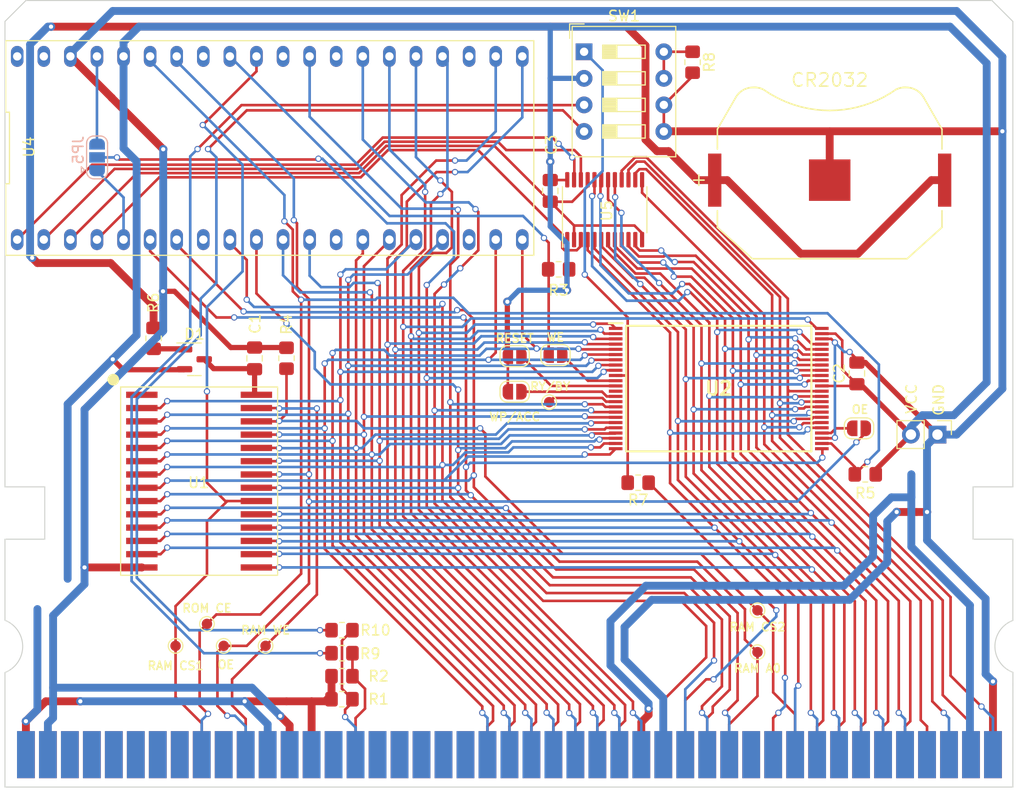
<source format=kicad_pcb>
(kicad_pcb (version 20221018) (generator pcbnew)
  (title_block (title "LOOPY Flash Devcart") (date "2023-03-21") (rev "0"))
  (layers (0 "F.Cu" signal) (31 "B.Cu" signal) (34 "B.Paste" user) (35 "F.Paste" user) (36 "B.SilkS" user "B.Silkscreen") (37 "F.SilkS" user "F.Silkscreen") (38 "B.Mask" user) (39 "F.Mask" user) (44 "Edge.Cuts" user))
  (net 0 "")
  (net 1 "/RAMCS1")
  (net 2 "/A18")
  (net 3 "/A17")
  (net 4 "/A7")
  (net 5 "/A6")
  (net 6 "/A5")
  (net 7 "/A4")
  (net 8 "/A3")
  (net 9 "/A2")
  (net 10 "/A1")
  (net 11 "/A0")
  (net 12 "/OE")
  (net 13 "/A16")
  (net 14 "/A15")
  (net 15 "/RAMWE")
  (net 16 "/RAMA0")
  (net 17 "/ROMCE")
  (net 18 "GND")
  (net 26 "/A14")
  (net 35 "/A13")
  (net 36 "/PIN31")
  (net 47 "/A12")
  (net 56 "/A11")
  (net 57 "/A10")
  (net 61 "/A9")
  (net 62 "/A8")
  (net 63 "/A19")
  (net 65 "/D0")
  (net 66 "/D8")
  (net 67 "/D1")
  (net 68 "/D9")
  (net 69 "/D2")
  (net 70 "/D10")
  (net 71 "/D3")
  (net 72 "/D11")
  (net 73 "/PICO_ROMWE")
  (net 74 "/D4")
  (net 75 "/D12")
  (net 76 "/D5")
  (net 77 "/D13")
  (net 78 "/D6")
  (net 79 "/D14")
  (net 80 "/D7")
  (net 81 "/D15")
  (net 82 "/F16")
  (net 83 "/F61")
  (net 84 "VCC")
  (net 85 "/RAMCS2")
  (net 86 "Net-(JP1-B)")
  (net 87 "Net-(JP2-B)")
  (net 88 "Net-(JP3-B)")
  (net 89 "Net-(JP4-B)")
  (net 90 "Net-(U2-RY{slash}BY#)")
  (net 91 "/I2C_SDA")
  (net 92 "/I2C_SCL")
  (net 93 "/I2C_RESET")
  (net 105 "/PICO_GND")
  (net 106 "+BATT")
  (net 107 "Net-(U1-VCC)")
  (net 108 "Net-(D1-Pad1)")
  (net 109 "/4M_A20")
  (net 110 "Net-(R8-Pad2)")
  (net 111 "Net-(R9-Pad1)")
  (net 112 "Net-(R10-Pad1)")
  (net 113 "/GP3")
  (net 114 "/GP23")
  (footprint "Button_Switch_THT:SW_DIP_SPSTx04_Slide_9.78x12.34mm_W7.62mm_P2.54mm" (layer "F.Cu") (at 157.0325 64.9)
    (fp_text reference "SW1")
    (fp_text value "SW_DIP_x04")
  )
  (footprint "Jumper:SolderJumper-2_P1.3mm_Open_RoundedPad1.0x1.5mm" (layer "F.Cu") (at 150.4 97.4)
    (fp_text reference "JP3")
    (fp_text value "WP/ACC")
  )
  (footprint "Capacitor_SMD:C_0805_2012Metric_Pad1.18x1.45mm_HandSolder" (layer "F.Cu") (at 153.8 78.2 90)
    (fp_text reference "C3")
    (fp_text value "0.1u")
  )
  (footprint "LOOPY_PI:Pi Pico" (layer "F.Cu") (at 127 74.1)
    (fp_text reference "U4")
    (fp_text value "Pi Pico")
  )
  (footprint "TestPoint:TestPoint_Pad_D1.0mm" (layer "F.Cu") (at 118 121.7)
    (fp_text reference "TP2")
    (fp_text value "RAM CS1")
  )
  (footprint "MountingHole:MountingHole_3.2mm_M3" (layer "F.Cu") (at 164.75 121.5)
    (fp_text reference "H4")
    (fp_text value "MountingHole_3.2mm_M3")
  )
  (footprint "Resistor_SMD:R_0805_2012Metric_Pad1.20x1.40mm_HandSolder" (layer "F.Cu") (at 115.9 92.3 -90)
    (fp_text reference "R6")
    (fp_text value "1K")
  )
  (footprint "Package_SO:TSSOP-24_4.4x7.8mm_P0.65mm" (layer "F.Cu") (at 159 80 90)
    (fp_text reference "U5")
    (fp_text value "TCA9539PWR")
  )
  (footprint "Resistor_SMD:R_0805_2012Metric_Pad1.20x1.40mm_HandSolder" (layer "F.Cu") (at 133.9 120.2)
    (fp_text reference "R10")
    (fp_text value "1K")
  )
  (footprint "Capacitor_SMD:C_0805_2012Metric_Pad1.18x1.45mm_HandSolder" (layer "F.Cu") (at 183.1 95.65 90)
    (fp_text reference "C2")
    (fp_text value "0.1u")
  )
  (footprint "Resistor_SMD:R_0805_2012Metric_Pad1.20x1.40mm_HandSolder" (layer "F.Cu") (at 133.9 122.4)
    (fp_text reference "R9")
    (fp_text value "1K")
  )
  (footprint "Jumper:SolderJumper-2_P1.3mm_Open_RoundedPad1.0x1.5mm" (layer "F.Cu") (at 183.3 100.9 180)
    (fp_text reference "JP4")
    (fp_text value "OE")
  )
  (footprint "Resistor_SMD:R_0805_2012Metric_Pad1.20x1.40mm_HandSolder" (layer "F.Cu") (at 154.6 85.7 180)
    (fp_text reference "R3")
    (fp_text value "100K")
  )
  (footprint "TestPoint:TestPoint_Pad_D1.0mm" (layer "F.Cu") (at 126.6 121.7)
    (fp_text reference "TP3")
    (fp_text value "RAM WE")
  )
  (footprint "TestPoint:TestPoint_Pad_D1.0mm" (layer "F.Cu") (at 173.6 118.3)
    (fp_text reference "TP5")
    (fp_text value "RAM CS2")
  )
  (footprint "MountingHole:MountingHole_3.2mm_M3" (layer "F.Cu") (at 111 121.5)
    (fp_text reference "H2")
    (fp_text value "MountingHole_3.2mm_M3")
  )
  (footprint "Resistor_SMD:R_0805_2012Metric_Pad1.20x1.40mm_HandSolder" (layer "F.Cu") (at 183.9 105.3 180)
    (fp_text reference "R5")
    (fp_text value "100K")
  )
  (footprint "Connector_PinHeader_2.54mm:PinHeader_1x02_P2.54mm_Vertical" (layer "F.Cu") (at 190.8 101.5 -90)
    (fp_text reference "J2")
    (fp_text value "PWR Breakout")
  )
  (footprint "Capacitor_SMD:C_0805_2012Metric_Pad1.18x1.45mm_HandSolder" (layer "F.Cu") (at 125.55 94.213211 -90)
    (fp_text reference "C1")
    (fp_text value "1u")
  )
  (footprint "TestPoint:TestPoint_Pad_D1.0mm" (layer "F.Cu") (at 121 119.6)
    (fp_text reference "TP7")
    (fp_text value "ROM CE")
  )
  (footprint "LOOPY_Flash:SOP50P2000X120-48N" (layer "F.Cu") (at 169.9 97.1)
    (fp_text reference "U2")
    (fp_text value "MX29LV160DBTI-70G" hide)
  )
  (footprint "Jumper:SolderJumper-2_P1.3mm_Open_RoundedPad1.0x1.5mm" (layer "F.Cu") (at 150.4 94)
    (fp_text reference "JP2")
    (fp_text value "RESET")
  )
  (footprint "MountingHole:MountingHole_5mm" (layer "F.Cu") (at 109 90.5)
    (fp_text reference "H1" hide)
    (fp_text value "MountingHole_5mm")
  )
  (footprint "Resistor_SMD:R_0805_2012Metric_Pad1.20x1.40mm_HandSolder" (layer "F.Cu") (at 162.2 106.1 180)
    (fp_text reference "R7")
    (fp_text value "10K")
  )
  (footprint "TestPoint:TestPoint_Pad_D1.0mm" (layer "F.Cu") (at 153.7 98.4)
    (fp_text reference "TP1")
    (fp_text value "RY/BY")
  )
  (footprint "Jumper:SolderJumper-2_P1.3mm_Open_RoundedPad1.0x1.5mm" (layer "F.Cu") (at 154.3 93.9)
    (fp_text reference "JP1")
    (fp_text value "WE")
  )
  (footprint "Resistor_SMD:R_0805_2012Metric_Pad1.20x1.40mm_HandSolder" (layer "F.Cu") (at 133.9 126.8)
    (fp_text reference "R1")
    (fp_text value "10K")
  )
  (footprint "LOOPY_Cart:LOOPY-Edge-Connector" (layer "F.Cu") (at 149.9 132.1)
    (fp_text reference "J1" hide)
    (fp_text value "~")
  )
  (footprint "Resistor_SMD:R_0805_2012Metric_Pad1.20x1.40mm_HandSolder" (layer "F.Cu") (at 133.9 124.6)
    (fp_text reference "R2")
    (fp_text value "10K")
  )
  (footprint "TestPoint:TestPoint_Pad_D1.0mm" (layer "F.Cu") (at 173.6 122.3)
    (fp_text reference "TP4")
    (fp_text value "RAM A0")
  )
  (footprint "TestPoint:TestPoint_Pad_D1.0mm" (layer "F.Cu") (at 122.6 121.7)
    (fp_text reference "TP6")
    (fp_text value "OE")
  )
  (footprint "Resistor_SMD:R_0805_2012Metric_Pad1.20x1.40mm_HandSolder" (layer "F.Cu") (at 167.4 65.9 90)
    (fp_text reference "R8")
    (fp_text value "1K")
  )
  (footprint "LOOPY_Cart:Keystone-3034TR-MFG" (layer "F.Cu") (at 180.5 76.5)
    (fp_text reference "BT1")
    (fp_text value "CR2032")
  )
  (footprint "MountingHole:MountingHole_5mm" (layer "F.Cu") (at 188.25 90.5)
    (fp_text reference "H3" hide)
    (fp_text value "MountingHole_5mm")
  )
  (footprint "Resistor_SMD:R_0805_2012Metric_Pad1.20x1.40mm_HandSolder" (layer "F.Cu") (at 128.6 94.2 -90)
    (fp_text reference "R4")
    (fp_text value "100K")
  )
  (footprint "LOOPY_SRAM:SOP-28_Customized" (layer "F.Cu") (at 120.25 105.95)
    (fp_text reference "U1")
    (fp_text value "AS6C6264-55SCN")
  )
  (footprint "Package_TO_SOT_SMD:SOT-23" (layer "F.Cu") (at 119.8 94.3)
    (fp_text reference "D1")
    (fp_text value "BAT54C")
  )
  (footprint "Jumper:SolderJumper-3_P1.3mm_Open_RoundedPad1.0x1.5mm" (layer "B.Cu") (at 110.5 75 90)
    (fp_text reference "JP5")
    (fp_text value "Jumper_3_Open")
  )
  (gr_line (start 101.7 111.5) (end 101.7 119.25) (stroke (width 0.1)) (layer "Edge.Cuts"))
  (gr_line (start 198 119.269307) (end 198 111.5) (stroke (width 0.1)) (layer "Edge.Cuts"))
  (gr_line (start 198 62) (end 196 60) (stroke (width 0.1)) (layer "Edge.Cuts"))
  (gr_line (start 105.5 106.5) (end 105.5 111.5) (stroke (width 0.1)) (layer "Edge.Cuts"))
  (gr_line (start 103.7 60) (end 101.7 62) (stroke (width 0.1)) (layer "Edge.Cuts"))
  (gr_line (start 101.7 62) (end 101.7 106.5) (stroke (width 0.1)) (layer "Edge.Cuts"))
  (gr_line (start 198 111.5) (end 194.2 111.5) (stroke (width 0.1)) (layer "Edge.Cuts"))
  (gr_line (start 194.2 111.5) (end 194.2 106.5) (stroke (width 0.1)) (layer "Edge.Cuts"))
  (gr_line (start 101.7 124.25) (end 101.7 135.2) (stroke (width 0.1)) (layer "Edge.Cuts"))
  (gr_line (start 198 135.2) (end 101.7 135.2) (stroke (width 0.1)) (layer "Edge.Cuts"))
  (gr_arc (start 198.00637 124.233104) (mid 196.288851 121.753406) (end 198 119.269307) (stroke (width 0.1)) (layer "Edge.Cuts"))
  (gr_line (start 105.5 111.5) (end 101.7 111.5) (stroke (width 0.1)) (layer "Edge.Cuts"))
  (gr_line (start 101.7 106.5) (end 105.5 106.5) (stroke (width 0.1)) (layer "Edge.Cuts"))
  (gr_arc (start 101.699999 119.250001) (mid 103.392581 121.75) (end 101.699999 124.249999) (stroke (width 0.1)) (layer "Edge.Cuts"))
  (gr_line (start 196 60) (end 103.7 60) (stroke (width 0.1)) (layer "Edge.Cuts"))
  (gr_line (start 198.00637 124.233104) (end 198 135.2) (stroke (width 0.1)) (layer "Edge.Cuts"))
  (gr_line (start 194.2 106.5) (end 198 106.5) (stroke (width 0.1)) (layer "Edge.Cuts"))
  (gr_line (start 198 106.5) (end 198 62) (stroke (width 0.1)) (layer "Edge.Cuts"))
  (gr_text "GND" (at 191.5 99.8 90) (layer "F.SilkS") (effects (font (size 1 1)) (justify left bottom)))
  (gr_text "VCC" (at 188.9 99.6 90) (layer "F.SilkS") (effects (font (size 1 1)) (justify left bottom)))
  (segment (start 125.73 66.77) (end 125.73 65.34) (width 0.25) (layer "F.Cu") (net 1))
  (segment (start 118 126.6) (end 120.5 129.1) (width 0.25) (layer "F.Cu") (net 1))
  (segment (start 121 97.3755) (end 121 106.1) (width 0.25) (layer "F.Cu") (net 1))
  (segment (start 121 106.1) (end 122.755 107.855) (width 0.25) (layer "F.Cu") (net 1))
  (segment (start 118 117.9) (end 121 114.9) (width 0.25) (layer "F.Cu") (net 1))
  (segment (start 122.755 107.855) (end 122.945 107.855) (width 0.25) (layer "F.Cu") (net 1))
  (segment (start 118 126.6) (end 118 121.7) (width 0.25) (layer "F.Cu") (net 1))
  (segment (start 121 109.8) (end 122.945 107.855) (width 0.25) (layer "F.Cu") (net 1))
  (segment (start 122.945 107.855) (end 125.7229 107.855) (width 0.25) (layer "F.Cu") (net 1))
  (segment (start 121 114.9) (end 121 109.8) (width 0.25) (layer "F.Cu") (net 1))
  (segment (start 120.6 71.9) (end 125.73 66.77) (width 0.25) (layer "F.Cu") (net 1))
  (segment (start 118 121.7) (end 118 117.9) (width 0.25) (layer "F.Cu") (net 1))
  (segment (start 120.5 129.1) (end 120.5 132.1) (width 0.25) (layer "F.Cu") (net 1))
  (via (at 121 97.3755) (size 0.6) (drill 0.4) (layers "F.Cu" "B.Cu") (net 1))
  (via (at 120.6 71.9) (size 0.6) (drill 0.4) (layers "F.Cu" "B.Cu") (net 1))
  (segment (start 120.6 71.9) (end 124.4 75.7) (width 0.25) (layer "B.Cu") (net 1))
  (segment (start 124.4 85.9) (end 121 89.3) (width 0.25) (layer "B.Cu") (net 1))
  (segment (start 121 97.3755) (end 121 89.3) (width 0.25) (layer "B.Cu") (net 1))
  (segment (start 124.4 75.7) (end 124.4 85.9) (width 0.25) (layer "B.Cu") (net 1))
  (segment (start 166.61066 116.65) (end 169.45 119.48934) (width 0.25) (layer "F.Cu") (net 2))
  (segment (start 144.25 85.25) (end 144.25 107.461092) (width 0.25) (layer "F.Cu") (net 2))
  (segment (start 159.068628 98.85) (end 160.05 98.85) (width 0.25) (layer "F.Cu") (net 2))
  (segment (start 144.25 107.461092) (end 153.438908 116.65) (width 0.25) (layer "F.Cu") (net 2))
  (segment (start 153.438908 116.65) (end 166.61066 116.65) (width 0.25) (layer "F.Cu") (net 2))
  (segment (start 169.45 119.48934) (end 169.45 123.1) (width 0.25) (layer "F.Cu") (net 2))
  (segment (start 157.1 98.6) (end 158.818628 98.6) (width 0.25) (layer "F.Cu") (net 2))
  (segment (start 145 80.0255) (end 145 84.5) (width 0.25) (layer "F.Cu") (net 2))
  (segment (start 145 84.5) (end 144.25 85.25) (width 0.25) (layer "F.Cu") (net 2))
  (segment (start 144.9745 80) (end 145 80.0255) (width 0.25) (layer "F.Cu") (net 2))
  (segment (start 158.818628 98.6) (end 159.068628 98.85) (width 0.25) (layer "F.Cu") (net 2))
  (via (at 144.9745 80) (size 0.6) (drill 0.4) (layers "F.Cu" "B.Cu") (net 2))
  (via (at 157.1 98.6) (size 0.6) (drill 0.4) (layers "F.Cu" "B.Cu") (net 2))
  (via (at 144.25 98.4) (size 0.6) (drill 0.4) (layers "F.Cu" "B.Cu") (net 2))
  (via (at 169.45 123.1) (size 0.6) (drill 0.4) (layers "F.Cu" "B.Cu") (net 2))
  (segment (start 139.6 79.9) (end 130.81 71.11) (width 0.25) (layer "B.Cu") (net 2))
  (segment (start 144.25 98.4) (end 144.45 98.6) (width 0.25) (layer "B.Cu") (net 2))
  (segment (start 169.45 123.1) (end 166.7 125.85) (width 0.25) (layer "B.Cu") (net 2))
  (segment (start 144.9745 80) (end 144.8745 79.9) (width 0.25) (layer "B.Cu") (net 2))
  (segment (start 144.45 98.6) (end 157.1 98.6) (width 0.25) (layer "B.Cu") (net 2))
  (segment (start 166.7 125.85) (end 166.7 132.1) (width 0.25) (layer "B.Cu") (net 2))
  (segment (start 130.81 71.11) (end 130.81 65.34) (width 0.25) (layer "B.Cu") (net 2))
  (segment (start 144.8745 79.9) (end 139.6 79.9) (width 0.25) (layer "B.Cu") (net 2))
  (segment (start 161.7 128.1) (end 161.7 127.032412) (width 0.25) (layer "F.Cu") (net 3))
  (segment (start 160.05 99.35) (end 157.8755 99.35) (width 0.25) (layer "F.Cu") (net 3))
  (segment (start 142.75 108.082412) (end 142.75 88.05) (width 0.25) (layer "F.Cu") (net 3))
  (segment (start 146.925 80.211826) (end 146.925 83.875) (width 0.25) (layer "F.Cu") (net 3))
  (segment (start 146.656587 79.943413) (end 146.925 80.211826) (width 0.25) (layer "F.Cu") (net 3))
  (segment (start 142.75 88.05) (end 143.65 87.15) (width 0.25) (layer "F.Cu") (net 3))
  (segment (start 157.8755 99.35) (end 157.7 99.1745) (width 0.25) (layer "F.Cu") (net 3))
  (segment (start 161.7 127.032412) (end 142.75 108.082412) (width 0.25) (layer "F.Cu") (net 3))
  (segment (start 146.925 83.875) (end 145.2 85.6) (width 0.25) (layer "F.Cu") (net 3))
  (via (at 143.65 87.15) (size 0.6) (drill 0.4) (layers "F.Cu" "B.Cu") (net 3))
  (via (at 145.2 85.6) (size 0.6) (drill 0.4) (layers "F.Cu" "B.Cu") (net 3))
  (via (at 157.7 99.1745) (size 0.6) (drill 0.4) (layers "F.Cu" "B.Cu") (net 3))
  (via (at 142.75 99.2) (size 0.6) (drill 0.4) (layers "F.Cu" "B.Cu") (net 3))
  (via (at 146.656587 79.943413) (size 0.6) (drill 0.4) (layers "F.Cu" "B.Cu") (net 3))
  (via (at 161.7 128.1) (size 0.6) (drill 0.4) (layers "F.Cu" "B.Cu") (net 3))
  (segment (start 146.013173 79.3) (end 141.9 79.3) (width 0.25) (layer "B.Cu") (net 3))
  (segment (start 141.9 79.3) (end 135.89 73.29) (width 0.25) (layer "B.Cu") (net 3))
  (segment (start 143.65 87.15) (end 145.2 85.6) (width 0.25) (layer "B.Cu") (net 3))
  (segment (start 142.75 99.2) (end 142.7755 99.1745) (width 0.25) (layer "B.Cu") (net 3))
  (segment (start 135.89 73.29) (end 135.89 65.34) (width 0.25) (layer "B.Cu") (net 3))
  (segment (start 142.7755 99.1745) (end 157.7 99.1745) (width 0.25) (layer "B.Cu") (net 3))
  (segment (start 161.7 128.1) (end 162.5 128.9) (width 0.25) (layer "B.Cu") (net 3))
  (segment (start 162.5 128.9) (end 162.5 132.1) (width 0.25) (layer "B.Cu") (net 3))
  (segment (start 146.656587 79.943413) (end 146.013173 79.3) (width 0.25) (layer "B.Cu") (net 3))
  (segment (start 138.43 82.97) (end 138.43 82.86) (width 0.25) (layer "F.Cu") (net 4))
  (segment (start 152 129.4) (end 152 132.1) (width 0.25) (layer "F.Cu") (net 4))
  (segment (start 160.05 99.85) (end 157.201 99.85) (width 0.25) (layer "F.Cu") (net 4))
  (segment (start 136 85.4) (end 138.43 82.97) (width 0.25) (layer "F.Cu") (net 4))
  (segment (start 152.43 128.97) (end 152 129.4) (width 0.25) (layer "F.Cu") (net 4))
  (segment (start 136 110.878352) (end 152.43 127.308352) (width 0.25) (layer "F.Cu") (net 4))
  (segment (start 152.43 127.308352) (end 152.43 128.97) (width 0.25) (layer "F.Cu") (net 4))
  (segment (start 136 101.5) (end 136 85.4) (width 0.25) (layer "F.Cu") (net 4))
  (segment (start 127.895 101.505) (end 127.9 101.5) (width 0.25) (layer "F.Cu") (net 4))
  (segment (start 125.7229 101.505) (end 127.895 101.505) (width 0.25) (layer "F.Cu") (net 4))
  (segment (start 136 101.5) (end 136 110.878352) (width 0.25) (layer "F.Cu") (net 4))
  (segment (start 157.201 99.85) (end 157.1 99.749) (width 0.25) (layer "F.Cu") (net 4))
  (via (at 136 101.5) (size 0.6) (drill 0.4) (layers "F.Cu" "B.Cu") (net 4))
  (via (at 127.9 101.5) (size 0.6) (drill 0.4) (layers "F.Cu" "B.Cu") (net 4))
  (via (at 157.1 99.749) (size 0.6) (drill 0.4) (layers "F.Cu" "B.Cu") (net 4))
  (via (at 136 99.8) (size 0.6) (drill 0.4) (layers "F.Cu" "B.Cu") (net 4))
  (segment (start 136 99.8) (end 136.025 99.775) (width 0.25) (layer "B.Cu") (net 4))
  (segment (start 136.025 99.775) (end 157.074 99.775) (width 0.25) (layer "B.Cu") (net 4))
  (segment (start 127.9 101.5) (end 136 101.5) (width 0.25) (layer "B.Cu") (net 4))
  (segment (start 157.074 99.775) (end 157.1 99.749) (width 0.25) (layer "B.Cu") (net 4))
  (segment (start 135.89 84.21) (end 135.89 82.86) (width 0.25) (layer "F.Cu") (net 5))
  (segment (start 151.4055 127.344512) (end 135.25 111.189012) (width 0.25) (layer "F.Cu") (net 5))
  (segment (start 135.25 111.189012) (end 135.25 102.8) (width 0.25) (layer "F.Cu") (net 5))
  (segment (start 160.05 100.35) (end 157.7745 100.35) (width 0.25) (layer "F.Cu") (net 5))
  (segment (start 135.25 102.8) (end 135.25 84.85) (width 0.25) (layer "F.Cu") (net 5))
  (segment (start 151.4055 128.1) (end 151.4055 127.344512) (width 0.25) (layer "F.Cu") (net 5))
  (segment (start 157.7745 100.35) (end 157.7 100.4245) (width 0.25) (layer "F.Cu") (net 5))
  (segment (start 135.25 84.85) (end 135.89 84.21) (width 0.25) (layer "F.Cu") (net 5))
  (segment (start 125.7229 102.775) (end 127.875 102.775) (width 0.25) (layer "F.Cu") (net 5))
  (segment (start 127.875 102.775) (end 127.9 102.8) (width 0.25) (layer "F.Cu") (net 5))
  (via (at 135.25 102.8) (size 0.6) (drill 0.4) (layers "F.Cu" "B.Cu") (net 5))
  (via (at 157.7 100.4245) (size 0.6) (drill 0.4) (layers "F.Cu" "B.Cu") (net 5))
  (via (at 151.4055 128.1) (size 0.6) (drill 0.4) (layers "F.Cu" "B.Cu") (net 5))
  (via (at 127.9 102.8) (size 0.6) (drill 0.4) (layers "F.Cu" "B.Cu") (net 5))
  (segment (start 157.7 100.4245) (end 149.6755 100.4245) (width 0.25) (layer "B.Cu") (net 5))
  (segment (start 137.1 101.5) (end 135.8 102.8) (width 0.25) (layer "B.Cu") (net 5))
  (segment (start 135.8 102.8) (end 135.25 102.8) (width 0.25) (layer "B.Cu") (net 5))
  (segment (start 151.4055 128.1) (end 152 128.6945) (width 0.25) (layer "B.Cu") (net 5))
  (segment (start 152 128.6945) (end 152 132.1) (width 0.25) (layer "B.Cu") (net 5))
  (segment (start 149.6755 100.4245) (end 148.6 101.5) (width 0.25) (layer "B.Cu") (net 5))
  (segment (start 148.6 101.5) (end 137.1 101.5) (width 0.25) (layer "B.Cu") (net 5))
  (segment (start 127.9 102.8) (end 135.25 102.8) (width 0.25) (layer "B.Cu") (net 5))
  (segment (start 159.15 100.85) (end 159 101) (width 0.25) (layer "F.Cu") (net 6))
  (segment (start 137.5 87.2) (end 137.5 104) (width 0.25) (layer "F.Cu") (net 6))
  (segment (start 159 101) (end 157.1 101) (width 0.25) (layer "F.Cu") (net 6))
  (segment (start 125.7229 104.045) (end 127.855 104.045) (width 0.25) (layer "F.Cu") (net 6))
  (segment (start 154.55 127.307032) (end 137.5 110.257032) (width 0.25) (layer "F.Cu") (net 6))
  (segment (start 154.55 128.95) (end 154.1 129.4) (width 0.25) (layer "F.Cu") (net 6))
  (segment (start 160.05 100.85) (end 159.15 100.85) (width 0.25) (layer "F.Cu") (net 6))
  (segment (start 154.55 127.307032) (end 154.55 128.95) (width 0.25) (layer "F.Cu") (net 6))
  (segment (start 127.855 104.045) (end 127.9 104) (width 0.25) (layer "F.Cu") (net 6))
  (segment (start 137.5 110.257032) (end 137.5 104) (width 0.25) (layer "F.Cu") (net 6))
  (segment (start 154.1 129.4) (end 154.1 132.1) (width 0.25) (layer "F.Cu") (net 6))
  (segment (start 137.3 87) (end 137.5 87.2) (width 0.25) (layer "F.Cu") (net 6))
  (via (at 137.3 87) (size 0.6) (drill 0.4) (layers "F.Cu" "B.Cu") (net 6))
  (via (at 157.1 101) (size 0.6) (drill 0.4) (layers "F.Cu" "B.Cu") (net 6))
  (via (at 137.5 102.1) (size 0.6) (drill 0.4) (layers "F.Cu" "B.Cu") (net 6))
  (via (at 127.9 104) (size 0.6) (drill 0.4) (layers "F.Cu" "B.Cu") (net 6))
  (via (at 137.5 104) (size 0.6) (drill 0.4) (layers "F.Cu" "B.Cu") (net 6))
  (segment (start 127.9 104) (end 137.5 104) (width 0.25) (layer "B.Cu") (net 6))
  (segment (start 148.9 101.9) (end 137.7 101.9) (width 0.25) (layer "B.Cu") (net 6))
  (segment (start 131.9 87.4) (end 130.81 86.31) (width 0.25) (layer "B.Cu") (net 6))
  (segment (start 134.613173 87.4) (end 131.9 87.4) (width 0.25) (layer "B.Cu") (net 6))
  (segment (start 157.1 101) (end 149.8 101) (width 0.25) (layer "B.Cu") (net 6))
  (segment (start 137.3 87) (end 135.013173 87) (width 0.25) (layer "B.Cu") (net 6))
  (segment (start 137.7 101.9) (end 137.5 102.1) (width 0.25) (layer "B.Cu") (net 6))
  (segment (start 130.81 86.31) (end 130.81 82.86) (width 0.25) (layer "B.Cu") (net 6))
  (segment (start 149.8 101) (end 148.9 101.9) (width 0.25) (layer "B.Cu") (net 6))
  (segment (start 135.013173 87) (end 134.613173 87.4) (width 0.25) (layer "B.Cu") (net 6))
  (segment (start 136.75 110.567692) (end 153.4545 127.272192) (width 0.25) (layer "F.Cu") (net 7))
  (segment (start 116.555 104.045) (end 117.2 103.4) (width 0.25) (layer "F.Cu") (net 7))
  (segment (start 136.75 103.4) (end 136.75 88.0755) (width 0.25) (layer "F.Cu") (net 7))
  (segment (start 136.75 103.4) (end 136.75 110.567692) (width 0.25) (layer "F.Cu") (net 7))
  (segment (start 153.4545 127.272192) (end 153.4545 128.089245) (width 0.25) (layer "F.Cu") (net 7))
  (segment (start 160 101.4) (end 157.944875 101.4) (width 0.25) (layer "F.Cu") (net 7))
  (segment (start 157.944875 101.4) (end 157.770375 101.5745) (width 0.25) (layer "F.Cu") (net 7))
  (segment (start 160.05 101.35) (end 160 101.4) (width 0.25) (layer "F.Cu") (net 7))
  (segment (start 114.7771 104.045) (end 116.555 104.045) (width 0.25) (layer "F.Cu") (net 7))
  (segment (start 136.75 88.0755) (end 136.5745 87.9) (width 0.25) (layer "F.Cu") (net 7))
  (via (at 117.2 103.4) (size 0.6) (drill 0.4) (layers "F.Cu" "B.Cu") (net 7))
  (via (at 157.770375 101.5745) (size 0.6) (drill 0.4) (layers "F.Cu" "B.Cu") (net 7))
  (via (at 136.5745 87.9) (size 0.6) (drill 0.4) (layers "F.Cu" "B.Cu") (net 7))
  (via (at 153.4545 128.089245) (size 0.6) (drill 0.4) (layers "F.Cu" "B.Cu") (net 7))
  (via (at 136.75 103.4) (size 0.6) (drill 0.4) (layers "F.Cu" "B.Cu") (net 7))
  (segment (start 149.9255 101.5745) (end 149.1 102.4) (width 0.25) (layer "B.Cu") (net 7))
  (segment (start 153.4545 128.089245) (end 154.1 128.734745) (width 0.25) (layer "B.Cu") (net 7))
  (segment (start 149.1 102.4) (end 138.5 102.4) (width 0.25) (layer "B.Cu") (net 7))
  (segment (start 128.27 86.27) (end 128.27 82.86) (width 0.25) (layer "B.Cu") (net 7))
  (segment (start 137.5 103.4) (end 136.75 103.4) (width 0.25) (layer "B.Cu") (net 7))
  (segment (start 129.9 87.9) (end 128.27 86.27) (width 0.25) (layer "B.Cu") (net 7))
  (segment (start 136.5745 87.9) (end 129.9 87.9) (width 0.25) (layer "B.Cu") (net 7))
  (segment (start 138.5 102.4) (end 137.5 103.4) (width 0.25) (layer "B.Cu") (net 7))
  (segment (start 154.1 128.734745) (end 154.1 132.1) (width 0.25) (layer "B.Cu") (net 7))
  (segment (start 157.770375 101.5745) (end 149.9255 101.5745) (width 0.25) (layer "B.Cu") (net 7))
  (segment (start 117.2 103.4) (end 136.75 103.4) (width 0.25) (layer "B.Cu") (net 7))
  (segment (start 127.885 106.585) (end 127.9 106.6) (width 0.25) (layer "F.Cu") (net 8))
  (segment (start 145 106.6) (end 145 97.2) (width 0.25) (layer "F.Cu") (net 8))
  (segment (start 145 106.6) (end 145 107.150432) (width 0.25) (layer "F.Cu") (net 8))
  (segment (start 170.2 119.17868) (end 170.2 125.573624) (width 0.25) (layer "F.Cu") (net 8))
  (segment (start 166.92132 115.9) (end 170.2 119.17868) (width 0.25) (layer "F.Cu") (net 8))
  (segment (start 170.2 125.573624) (end 168.3 127.473624) (width 0.25) (layer "F.Cu") (net 8))
  (segment (start 125.73 82.86) (end 125.73 88.0045) (width 0.25) (layer "F.Cu") (net 8))
  (segment (start 125.7229 106.585) (end 127.885 106.585) (width 0.25) (layer "F.Cu") (net 8))
  (segment (start 158.6245 101.85) (end 158.5 101.9745) (width 0.25) (layer "F.Cu") (net 8))
  (segment (start 145 107.150432) (end 153.749568 115.9) (width 0.25) (layer "F.Cu") (net 8))
  (segment (start 153.749568 115.9) (end 166.92132 115.9) (width 0.25) (layer "F.Cu") (net 8))
  (segment (start 125.73 88.0045) (end 128.6 90.8745) (width 0.25) (layer "F.Cu") (net 8))
  (segment (start 160.05 101.85) (end 158.6245 101.85) (width 0.25) (layer "F.Cu") (net 8))
  (segment (start 168.3 127.473624) (end 168.3 128.1) (width 0.25) (layer "F.Cu") (net 8))
  (via (at 168.3 128.1) (size 0.6) (drill 0.4) (layers "F.Cu" "B.Cu") (net 8))
  (via (at 145 106.6) (size 0.6) (drill 0.4) (layers "F.Cu" "B.Cu") (net 8))
  (via (at 127.9 106.6) (size 0.6) (drill 0.4) (layers "F.Cu" "B.Cu") (net 8))
  (via (at 158.5 101.9745) (size 0.6) (drill 0.4) (layers "F.Cu" "B.Cu") (net 8))
  (via (at 128.6 90.8745) (size 0.6) (drill 0.4) (layers "F.Cu" "B.Cu") (net 8))
  (via (at 145 102.9745) (size 0.6) (drill 0.4) (layers "F.Cu" "B.Cu") (net 8))
  (via (at 145 97.2) (size 0.6) (drill 0.4) (layers "F.Cu" "B.Cu") (net 8))
  (segment (start 131.3 95.2) (end 131.3 93.6) (width 0.25) (layer "B.Cu") (net 8))
  (segment (start 145.1745 102.8) (end 145 102.9745) (width 0.25) (layer "B.Cu") (net 8))
  (segment (start 132.8 96.7) (end 131.3 95.2) (width 0.25) (layer "B.Cu") (net 8))
  (segment (start 145 97.2) (end 144.5 96.7) (width 0.25) (layer "B.Cu") (net 8))
  (segment (start 150.1505 102.1495) (end 149.5 102.8) (width 0.25) (layer "B.Cu") (net 8))
  (segment (start 158.183548 101.9745) (end 158.008548 102.1495) (width 0.25) (layer "B.Cu") (net 8))
  (segment (start 149.5 102.8) (end 145.1745 102.8) (width 0.25) (layer "B.Cu") (net 8))
  (segment (start 168.8 128.6) (end 168.8 132.1) (width 0.25) (layer "B.Cu") (net 8))
  (segment (start 158.5 101.9745) (end 158.183548 101.9745) (width 0.25) (layer "B.Cu") (net 8))
  (segment (start 131.3 93.6) (end 128.6 90.9) (width 0.25) (layer "B.Cu") (net 8))
  (segment (start 168.3 128.1) (end 168.8 128.6) (width 0.25) (layer "B.Cu") (net 8))
  (segment (start 145 106.6) (end 127.9 106.6) (width 0.25) (layer "B.Cu") (net 8))
  (segment (start 128.6 90.9) (end 128.6 90.8745) (width 0.25) (layer "B.Cu") (net 8))
  (segment (start 158.008548 102.1495) (end 150.1505 102.1495) (width 0.25) (layer "B.Cu") (net 8))
  (segment (start 144.5 96.7) (end 132.8 96.7) (width 0.25) (layer "B.Cu") (net 8))
  (segment (start 116.485 105.315) (end 117.2 104.6) (width 0.25) (layer "F.Cu") (net 9))
  (segment (start 123.19 82.86) (end 123.19 83.19) (width 0.25) (layer "F.Cu") (net 9))
  (segment (start 168.7 119.8) (end 168.7 122.8) (width 0.25) (layer "F.Cu") (net 9))
  (segment (start 143.5 107.771752) (end 153.128248 117.4) (width 0.25) (layer "F.Cu") (net 9))
  (segment (start 166.3 117.4) (end 168.7 119.8) (width 0.25) (layer "F.Cu") (net 9))
  (segment (start 160.05 102.35) (end 158.937673 102.35) (width 0.25) (layer "F.Cu") (net 9))
  (segment (start 164.6 126.9) (end 164.6 132.1) (width 0.25) (layer "F.Cu") (net 9))
  (segment (start 158.937673 102.35) (end 158.563673 102.724) (width 0.25) (layer "F.Cu") (net 9))
  (segment (start 168.7 122.8) (end 164.6 126.9) (width 0.25) (layer "F.Cu") (net 9))
  (segment (start 124.8 84.8) (end 124.8 88.6) (width 0.25) (layer "F.Cu") (net 9))
  (segment (start 158.563673 102.724) (end 157.683914 102.724) (width 0.25) (layer "F.Cu") (net 9))
  (segment (start 114.7771 105.315) (end 116.485 105.315) (width 0.25) (layer "F.Cu") (net 9))
  (segment (start 123.19 83.19) (end 124.8 84.8) (width 0.25) (layer "F.Cu") (net 9))
  (segment (start 143.5 89) (end 143.5 107.771752) (width 0.25) (layer "F.Cu") (net 9))
  (segment (start 153.128248 117.4) (end 166.3 117.4) (width 0.25) (layer "F.Cu") (net 9))
  (via (at 124.8 88.6) (size 0.6) (drill 0.4) (layers "F.Cu" "B.Cu") (net 9))
  (via (at 143.5 104.4) (size 0.6) (drill 0.4) (layers "F.Cu" "B.Cu") (net 9))
  (via (at 143.5 89) (size 0.6) (drill 0.4) (layers "F.Cu" "B.Cu") (net 9))
  (via (at 157.683914 102.724) (size 0.6) (drill 0.4) (layers "F.Cu" "B.Cu") (net 9))
  (via (at 117.2 104.6) (size 0.6) (drill 0.4) (layers "F.Cu" "B.Cu") (net 9))
  (segment (start 144.5 104.4) (end 143.5 104.4) (width 0.25) (layer "B.Cu") (net 9))
  (segment (start 125.5 89.3) (end 124.8 88.6) (width 0.25) (layer "B.Cu") (net 9))
  (segment (start 145.7 103.2) (end 144.5 104.4) (width 0.25) (layer "B.Cu") (net 9))
  (segment (start 157.683914 102.724) (end 150.276 102.724) (width 0.25) (layer "B.Cu") (net 9))
  (segment (start 150.276 102.724) (end 149.8 103.2) (width 0.25) (layer "B.Cu") (net 9))
  (segment (start 149.8 103.2) (end 145.7 103.2) (width 0.25) (layer "B.Cu") (net 9))
  (segment (start 143.2 89.3) (end 125.5 89.3) (width 0.25) (layer "B.Cu") (net 9))
  (segment (start 117.2 104.6) (end 143.3 104.6) (width 0.25) (layer "B.Cu") (net 9))
  (segment (start 143.5 89) (end 143.2 89.3) (width 0.25) (layer "B.Cu") (net 9))
  (segment (start 143.3 104.6) (end 143.5 104.4) (width 0.25) (layer "B.Cu") (net 9))
  (segment (start 171.7 118.55736) (end 167.54264 114.4) (width 0.25) (layer "F.Cu") (net 10))
  (segment (start 146.499999 106.529111) (end 146.960444 106.989556) (width 0.25) (layer "F.Cu") (net 10))
  (segment (start 116.515 106.585) (end 117.2 105.9) (width 0.25) (layer "F.Cu") (net 10))
  (segment (start 154.370888 114.4) (end 146.960444 106.989556) (width 0.25) (layer "F.Cu") (net 10))
  (segment (start 146.499999 90.486826) (end 146.499999 106.529111) (width 0.25) (layer "F.Cu") (net 10))
  (segment (start 170.5 128.1) (end 171.7 126.9) (width 0.25) (layer "F.Cu") (net 10))
  (segment (start 145.613173 89.6) (end 146.499999 90.486826) (width 0.25) (layer "F.Cu") (net 10))
  (segment (start 144.9 89.6) (end 145.613173 89.6) (width 0.25) (layer "F.Cu") (net 10))
  (segment (start 167.54264 114.4) (end 154.370888 114.4) (width 0.25) (layer "F.Cu") (net 10))
  (segment (start 114.7771 106.585) (end 116.515 106.585) (width 0.25) (layer "F.Cu") (net 10))
  (segment (start 159.5 103.4) (end 157.1 103.4) (width 0.25) (layer "F.Cu") (net 10))
  (segment (start 171.7 126.9) (end 171.7 118.55736) (width 0.25) (layer "F.Cu") (net 10))
  (segment (start 118.11 83.3355) (end 124.5 89.7255) (width 0.25) (layer "F.Cu") (net 10))
  (segment (start 160.05 102.85) (end 159.5 103.4) (width 0.25) (layer "F.Cu") (net 10))
  (segment (start 118.11 82.86) (end 118.11 83.3355) (width 0.25) (layer "F.Cu") (net 10))
  (via (at 146.5 105.4) (size 0.6) (drill 0.4) (layers "F.Cu" "B.Cu") (net 10))
  (via (at 144.9 89.6) (size 0.6) (drill 0.4) (layers "F.Cu" "B.Cu") (net 10))
  (via (at 124.5 89.7255) (size 0.6) (drill 0.4) (layers "F.Cu" "B.Cu") (net 10))
  (via (at 157.1 103.4) (size 0.6) (drill 0.4) (layers "F.Cu" "B.Cu") (net 10))
  (via (at 170.5 128.1) (size 0.6) (drill 0.4) (layers "F.Cu" "B.Cu") (net 10))
  (via (at 117.2 105.9) (size 0.6) (drill 0.4) (layers "F.Cu" "B.Cu") (net 10))
  (segment (start 170.9 128.5) (end 170.9 132.1) (width 0.25) (layer "B.Cu") (net 10))
  (segment (start 145.936827 103.6) (end 145.318414 104.218414) (width 0.25) (layer "B.Cu") (net 10))
  (segment (start 157.1 103.4) (end 156.9 103.6) (width 0.25) (layer "B.Cu") (net 10))
  (segment (start 145.318414 104.218414) (end 143.636828 105.9) (width 0.25) (layer "B.Cu") (net 10))
  (segment (start 144.9 89.6) (end 144.7 89.8) (width 0.25) (layer "B.Cu") (net 10))
  (segment (start 146 105.9) (end 117.2 105.9) (width 0.25) (layer "B.Cu") (net 10))
  (segment (start 156.9 103.6) (end 145.936827 103.6) (width 0.25) (layer "B.Cu") (net 10))
  (segment (start 144.7 89.8) (end 124.5 89.8) (width 0.25) (layer "B.Cu") (net 10))
  (segment (start 170.5 128.1) (end 170.9 128.5) (width 0.25) (layer "B.Cu") (net 10))
  (segment (start 146.5 105.4) (end 146 105.9) (width 0.25) (layer "B.Cu") (net 10))
  (segment (start 167.23198 115.15) (end 170.95 118.86802) (width 0.25) (layer "F.Cu") (net 11))
  (segment (start 145.75 104.6) (end 145.75 106.839772) (width 0.25) (layer "F.Cu") (net 11))
  (segment (start 145.75 90.55) (end 145.5 90.3) (width 0.25) (layer "F.Cu") (net 11))
  (segment (start 121.9 90.3) (end 123.6 90.3) (width 0.25) (layer "F.Cu") (net 11))
  (segment (start 170.95 125.884284) (end 169.325 127.509284) (width 0.25) (layer "F.Cu") (net 11))
  (segment (start 116.545 107.855) (end 117.2 107.2) (width 0.25) (layer "F.Cu") (net 11))
  (segment (start 179.8 102.9) (end 179.75 102.85) (width 0.25) (layer "F.Cu") (net 11))
  (segment (start 115.57 83.97) (end 121.9 90.3) (width 0.25) (layer "F.Cu") (net 11))
  (segment (start 145.75 104.6) (end 145.75 90.55) (width 0.25) (layer "F.Cu") (net 11))
  (segment (start 168.8 128.6) (end 168.8 132.1) (width 0.25) (layer "F.Cu") (net 11))
  (segment (start 170.95 118.86802) (end 170.95 125.884284) (width 0.25) (layer "F.Cu") (net 11))
  (segment (start 179.8 103.7) (end 179.8 102.9) (width 0.25) (layer "F.Cu") (net 11))
  (segment (start 115.57 82.86) (end 115.57 83.97) (width 0.25) (layer "F.Cu") (net 11))
  (segment (start 145.75 106.839772) (end 154.060228 115.15) (width 0.25) (layer "F.Cu") (net 11))
  (segment (start 169.325 127.509284) (end 169.325 128.075) (width 0.25) (layer "F.Cu") (net 11))
  (segment (start 154.060228 115.15) (end 167.23198 115.15) (width 0.25) (layer "F.Cu") (net 11))
  (segment (start 114.7771 107.855) (end 116.545 107.855) (width 0.25) (layer "F.Cu") (net 11))
  (segment (start 169.325 128.075) (end 168.8 128.6) (width 0.25) (layer "F.Cu") (net 11))
  (via (at 117.2 107.2) (size 0.6) (drill 0.4) (layers "F.Cu" "B.Cu") (net 11))
  (via (at 123.6 90.3) (size 0.6) (drill 0.4) (layers "F.Cu" "B.Cu") (net 11))
  (via (at 145.75 104.6) (size 0.6) (drill 0.4) (layers "F.Cu" "B.Cu") (net 11))
  (via (at 146.205114 107.294886) (size 0.6) (drill 0.4) (layers "F.Cu" "B.Cu") (net 11))
  (via (at 145.5 90.3) (size 0.6) (drill 0.4) (layers "F.Cu" "B.Cu") (net 11))
  (via (at 179.8 103.7) (size 0.6) (drill 0.4) (layers "F.Cu" "B.Cu") (net 11))
  (segment (start 146.205114 107.294886) (end 146.110228 107.2) (width 0.25) (layer "B.Cu") (net 11))
  (segment (start 146.15 104.2) (end 179.3 104.2) (width 0.25) (layer "B.Cu") (net 11))
  (segment (start 146.110228 107.2) (end 117.2 107.2) (width 0.25) (layer "B.Cu") (net 11))
  (segment (start 145.75 104.6) (end 146.15 104.2) (width 0.25) (layer "B.Cu") (net 11))
  (segment (start 179.3 104.2) (end 179.8 103.7) (width 0.25) (layer "B.Cu") (net 11))
  (segment (start 145.5 90.3) (end 123.6 90.3) (width 0.25) (layer "B.Cu") (net 11))
  (segment (start 129.6 81.3) (end 129.3 81) (width 0.25) (layer "F.Cu") (net 12))
  (segment (start 125.7229 105.315) (end 127.885 105.315) (width 0.25) (layer "F.Cu") (net 12))
  (segment (start 127.885 105.315) (end 127.9 105.3) (width 0.25) (layer "F.Cu") (net 12))
  (segment (start 130.75 115.75) (end 130.75 107.9) (width 0.25) (layer "F.Cu") (net 12))
  (segment (start 183.95 101.3255) (end 183.95 100.9) (width 0.25) (layer "F.Cu") (net 12))
  (segment (start 129.6 87.4) (end 129.6 81.3) (width 0.25) (layer "F.Cu") (net 12))
  (segment (start 122.6 121.7) (end 124.8 121.7) (width 0.25) (layer "F.Cu") (net 12))
  (segment (start 183.05 102.2255) (end 183.95 101.3255) (width 0.25) (layer "F.Cu") (net 12))
  (segment (start 130.75 105.3) (end 130.75 88.55) (width 0.25) (layer "F.Cu") (net 12))
  (segment (start 130.75 107.9) (end 130.75 107.8) (width 0.25) (layer "F.Cu") (net 12))
  (segment (start 130.75 88.55) (end 129.6 87.4) (width 0.25) (layer "F.Cu") (net 12))
  (segment (start 122 122.3) (end 122.6 121.7) (width 0.25) (layer "F.Cu") (net 12))
  (segment (start 122.938114 128.377967) (end 122 127.439853) (width 0.25) (layer "F.Cu") (net 12))
  (segment (start 124.8 121.7) (end 130.75 115.75) (width 0.25) (layer "F.Cu") (net 12))
  (segment (start 130.75 107.8) (end 130.75 105.3) (width 0.25) (layer "F.Cu") (net 12))
  (segment (start 122 127.439853) (end 122 122.3) (width 0.25) (layer "F.Cu") (net 12))
  (via (at 129.3 81) (size 0.6) (drill 0.4) (layers "F.Cu" "B.Cu") (net 12))
  (via (at 127.9 105.3) (size 0.6) (drill 0.4) (layers "F.Cu" "B.Cu") (net 12))
  (via (at 122.938114 128.377967) (size 0.6) (drill 0.4) (layers "F.Cu" "B.Cu") (net 12))
  (via (at 183.05 102.2255) (size 0.6) (drill 0.4) (layers "F.Cu" "B.Cu") (net 12))
  (via (at 130.75 107.9) (size 0.6) (drill 0.4) (layers "F.Cu" "B.Cu") (net 12))
  (via (at 130.75 105.3) (size 0.6) (drill 0.4) (layers "F.Cu" "B.Cu") (net 12))
  (segment (start 118.11 65.81) (end 118.11 65.34) (width 0.25) (layer "B.Cu") (net 12))
  (segment (start 124.7 129.4) (end 124.7 132.1) (width 0.25) (layer "B.Cu") (net 12))
  (segment (start 183.05 102.25) (end 177.4 107.9) (width 0.25) (layer "B.Cu") (net 12))
  (segment (start 183.05 102.2255) (end 183.05 102.25) (width 0.25) (layer "B.Cu") (net 12))
  (segment (start 123.677967 128.377967) (end 124.7 129.4) (width 0.25) (layer "B.Cu") (net 12))
  (segment (start 177.4 107.9) (end 130.75 107.9) (width 0.25) (layer "B.Cu") (net 12))
  (segment (start 122.938114 128.377967) (end 123.677967 128.377967) (width 0.25) (layer "B.Cu") (net 12))
  (segment (start 127.9 105.3) (end 130.75 105.3) (width 0.25) (layer "B.Cu") (net 12))
  (segment (start 129.3 81) (end 129.3 77) (width 0.25) (layer "B.Cu") (net 12))
  (segment (start 129.3 77) (end 118.11 65.81) (width 0.25) (layer "B.Cu") (net 12))
  (segment (start 141.845 83.755) (end 139.75 85.85) (width 0.25) (layer "F.Cu") (net 13))
  (segment (start 179.25 91.35) (end 179.75 91.35) (width 0.25) (layer "F.Cu") (net 13))
  (segment (start 141.845 78.3) (end 141.845 83.755) (width 0.25) (layer "F.Cu") (net 13))
  (segment (start 178.4 90.5) (end 179.25 91.35) (width 0.25) (layer "F.Cu") (net 13))
  (segment (start 139.75 109.325052) (end 157.874252 127.449304) (width 0.25) (layer "F.Cu") (net 13))
  (segment (start 139.75 85.85) (end 139.75 91.2) (width 0.25) (layer "F.Cu") (net 13))
  (segment (start 139.75 91.2) (end 139.75 109.325052) (width 0.25) (layer "F.Cu") (net 13))
  (segment (start 157.874252 127.449304) (end 157.874252 128.087344) (width 0.25) (layer "F.Cu") (net 13))
  (via (at 139.75 91.2) (size 0.6) (drill 0.4) (layers "F.Cu" "B.Cu") (net 13))
  (via (at 178.4 90.5) (size 0.6) (drill 0.4) (layers "F.Cu" "B.Cu") (net 13))
  (via (at 141.845 78.3) (size 0.6) (drill 0.4) (layers "F.Cu" "B.Cu") (net 13))
  (via (at 157.874252 128.087344) (size 0.6) (drill 0.4) (layers "F.Cu" "B.Cu") (net 13))
  (segment (start 145.413173 91.2) (end 139.75 91.2) (width 0.25) (layer "B.Cu") (net 13))
  (segment (start 141.845 78.3) (end 141.845 77.645) (width 0.25) (layer "B.Cu") (net 13))
  (segment (start 157.874252 128.087344) (end 158.3 128.513092) (width 0.25) (layer "B.Cu") (net 13))
  (segment (start 146.213173 90.4) (end 145.413173 91.2) (width 0.25) (layer "B.Cu") (net 13))
  (segment (start 141.845 77.645) (end 138.43 74.23) (width 0.25) (layer "B.Cu") (net 13))
  (segment (start 178.4 90.5) (end 178.3 90.4) (width 0.25) (layer "B.Cu") (net 13))
  (segment (start 178.3 90.4) (end 146.213173 90.4) (width 0.25) (layer "B.Cu") (net 13))
  (segment (start 138.43 74.23) (end 138.43 65.34) (width 0.25) (layer "B.Cu") (net 13))
  (segment (start 158.3 128.513092) (end 158.3 132.1) (width 0.25) (layer "B.Cu") (net 13))
  (segment (start 157.9 90.9745) (end 157.9745 90.9) (width 0.25) (layer "F.Cu") (net 14))
  (segment (start 144.4 78.3) (end 143.3 77.2) (width 0.25) (layer "F.Cu") (net 14))
  (segment (start 141.25 108.703732) (end 141.249999 85.481373) (width 0.25) (layer "F.Cu") (net 14))
  (segment (start 144.4 83.607437) (end 144.4 78.3) (width 0.25) (layer "F.Cu") (net 14))
  (segment (start 143.872437 84.135) (end 144.4 83.607437) (width 0.25) (layer "F.Cu") (net 14))
  (segment (start 159.6 90.9) (end 160.05 91.35) (width 0.25) (layer "F.Cu") (net 14))
  (segment (start 159.923252 128.1) (end 159.923252 127.376984) (width 0.25) (layer "F.Cu") (net 14))
  (segment (start 159.923252 127.376984) (end 141.25 108.703732) (width 0.25) (layer "F.Cu") (net 14))
  (segment (start 141.249999 85.481373) (end 142.596372 84.135) (width 0.25) (layer "F.Cu") (net 14))
  (segment (start 142.596372 84.135) (end 143.872437 84.135) (width 0.25) (layer "F.Cu") (net 14))
  (segment (start 157.9745 90.9) (end 159.6 90.9) (width 0.25) (layer "F.Cu") (net 14))
  (via (at 141.249999 91.7745) (size 0.6) (drill 0.4) (layers "F.Cu" "B.Cu") (net 14))
  (via (at 157.9 90.9745) (size 0.6) (drill 0.4) (layers "F.Cu" "B.Cu") (net 14))
  (via (at 159.923252 128.1) (size 0.6) (drill 0.4) (layers "F.Cu" "B.Cu") (net 14))
  (via (at 143.3 77.2) (size 0.6) (drill 0.4) (layers "F.Cu" "B.Cu") (net 14))
  (segment (start 145.8255 91.7745) (end 141.249999 91.7745) (width 0.25) (layer "B.Cu") (net 14))
  (segment (start 140.97 74.97) (end 140.97 65.34) (width 0.25) (layer "B.Cu") (net 14))
  (segment (start 160.4 128.576748) (end 160.4 132.1) (width 0.25) (layer "B.Cu") (net 14))
  (segment (start 143.3 77.2) (end 143.2 77.2) (width 0.25) (layer "B.Cu") (net 14))
  (segment (start 146.6255 90.9745) (end 145.8255 91.7745) (width 0.25) (layer "B.Cu") (net 14))
  (segment (start 159.923252 128.1) (end 160.4 128.576748) (width 0.25) (layer "B.Cu") (net 14))
  (segment (start 157.9 90.9745) (end 146.6255 90.9745) (width 0.25) (layer "B.Cu") (net 14))
  (segment (start 143.2 77.2) (end 140.97 74.97) (width 0.25) (layer "B.Cu") (net 14))
  (segment (start 124.7 128.69099) (end 124.7 132.1) (width 0.25) (layer "F.Cu") (net 15))
  (segment (start 123.4 124.9) (end 126.6 121.7) (width 0.25) (layer "F.Cu") (net 15))
  (segment (start 123.4 127.39099) (end 123.4 124.9) (width 0.25) (layer "F.Cu") (net 15))
  (segment (start 123.4 127.39099) (end 124.7 128.69099) (width 0.25) (layer "F.Cu") (net 15))
  (segment (start 125.7229 98.965) (end 127.865 98.965) (width 0.25) (layer "F.Cu") (net 15))
  (segment (start 127.865 98.965) (end 127.9 99) (width 0.25) (layer "F.Cu") (net 15))
  (segment (start 131.5 116.8) (end 131.5 99) (width 0.25) (layer "F.Cu") (net 15))
  (segment (start 126.6 121.7) (end 131.5 116.8) (width 0.25) (layer "F.Cu") (net 15))
  (via (at 127.9 99) (size 0.6) (drill 0.4) (layers "F.Cu" "B.Cu") (net 15))
  (via (at 131.5 99) (size 0.6) (drill 0.4) (layers "F.Cu" "B.Cu") (net 15))
  (segment (start 127.9 99) (end 131.5 99) (width 0.25) (layer "B.Cu") (net 15))
  (segment (start 172.4 121.1) (end 172.4 118.2) (width 0.25) (layer "F.Cu") (net 16))
  (segment (start 172.4 118.2) (end 172.40165 118.19835) (width 0.25) (layer "F.Cu") (net 16))
  (segment (start 167.8533 113.65) (end 154.681548 113.65) (width 0.25) (layer "F.Cu") (net 16))
  (segment (start 154.681548 113.65) (end 149.565774 108.534226) (width 0.25) (layer "F.Cu") (net 16))
  (segment (start 170.9 132.1) (end 170.9 129.2) (width 0.25) (layer "F.Cu") (net 16))
  (segment (start 170.9 129.2) (end 173.6 126.5) (width 0.25) (layer "F.Cu") (net 16))
  (segment (start 116.575 109.125) (end 117.2 108.5) (width 0.25) (layer "F.Cu") (net 16))
  (segment (start 149.565774 108.534226) (end 149.565774 108.5255) (width 0.25) (layer "F.Cu") (net 16))
  (segment (start 172.40165 118.19835) (end 167.8533 113.65) (width 0.25) (layer "F.Cu") (net 16))
  (segment (start 173.6 126.5) (end 173.6 122.3) (width 0.25) (layer "F.Cu") (net 16))
  (segment (start 173.6 122.3) (end 172.4 121.1) (width 0.25) (layer "F.Cu") (net 16))
  (segment (start 114.7771 109.125) (end 116.575 109.125) (width 0.25) (layer "F.Cu") (net 16))
  (via (at 117.2 108.5) (size 0.6) (drill 0.4) (layers "F.Cu" "B.Cu") (net 16))
  (via (at 149.565774 108.5255) (size 0.6) (drill 0.4) (layers "F.Cu" "B.Cu") (net 16))
  (segment (start 149.540274 108.5) (end 117.2 108.5) (width 0.25) (layer "B.Cu") (net 16))
  (segment (start 149.565774 108.5255) (end 149.540274 108.5) (width 0.25) (layer "B.Cu") (net 16))
  (segment (start 128.4 81.1) (end 129.2 81.9) (width 0.25) (layer "F.Cu") (net 17))
  (segment (start 129.2 87.8) (end 130 88.6) (width 0.25) (layer "F.Cu") (net 17))
  (segment (start 182.9 104.6) (end 182.9 105.3) (width 0.25) (layer "F.Cu") (net 17))
  (segment (start 129.2 81.9) (end 129.2 87.8) (width 0.25) (layer "F.Cu") (net 17))
  (segment (start 121.1 128.2) (end 120.3 127.4) (width 0.25) (layer "F.Cu") (net 17))
  (segment (start 121.9 118.7) (end 121 119.6) (width 0.25) (layer "F.Cu") (net 17))
  (segment (start 120.3 120.3) (end 121 119.6) (width 0.25) (layer "F.Cu") (net 17))
  (segment (start 120.3 127.4) (end 120.3 120.3) (width 0.25) (layer "F.Cu") (net 17))
  (segment (start 180.65 102.35) (end 182.9 104.6) (width 0.25) (layer "F.Cu") (net 17))
  (segment (start 130 88.6) (end 130 114.8) (width 0.25) (layer "F.Cu") (net 17))
  (segment (start 130 114.8) (end 126.1 118.7) (width 0.25) (layer "F.Cu") (net 17))
  (segment (start 179.75 102.35) (end 180.65 102.35) (width 0.25) (layer "F.Cu") (net 17))
  (segment (start 126.1 118.7) (end 121.9 118.7) (width 0.25) (layer "F.Cu") (net 17))
  (segment (start 184.1 104.1) (end 182.9 105.3) (width 0.25) (layer "F.Cu") (net 17))
  (via (at 129.993767 88.606233) (size 0.6) (drill 0.4) (layers "F.Cu" "B.Cu") (net 17))
  (via (at 128.4 81.1) (size 0.6) (drill 0.4) (layers "F.Cu" "B.Cu") (net 17))
  (via (at 121.1 128.2) (size 0.6) (drill 0.4) (layers "F.Cu" "B.Cu") (net 17))
  (via (at 184.1 104.1) (size 0.6) (drill 0.4) (layers "F.Cu" "B.Cu") (net 17))
  (segment (start 128.4 81.1) (end 128.4 78.6) (width 0.25) (layer "B.Cu") (net 17))
  (segment (start 137.093767 88.606233) (end 129.993767 88.606233) (width 0.25) (layer "B.Cu") (net 17))
  (segment (start 180.3 89.9) (end 146.013173 89.9) (width 0.25) (layer "B.Cu") (net 17))
  (segment (start 137.275 88.425) (end 137.093767 88.606233) (width 0.25) (layer "B.Cu") (net 17))
  (segment (start 185.2 94.8) (end 180.3 89.9) (width 0.25) (layer "B.Cu") (net 17))
  (segment (start 184.1 104.1) (end 185.2 103) (width 0.25) (layer "B.Cu") (net 17))
  (segment (start 128.4 78.6) (end 115.57 65.77) (width 0.25) (layer "B.Cu") (net 17))
  (segment (start 121.1 128.2) (end 120.5 128.8) (width 0.25) (layer "B.Cu") (net 17))
  (segment (start 120.5 128.8) (end 120.5 132.1) (width 0.25) (layer "B.Cu") (net 17))
  (segment (start 115.57 65.77) (end 115.57 65.34) (width 0.25) (layer "B.Cu") (net 17))
  (segment (start 185.2 103) (end 185.2 94.8) (width 0.25) (layer "B.Cu") (net 17))
  (segment (start 146.013173 89.9) (end 144.538173 88.425) (width 0.25) (layer "B.Cu") (net 17))
  (segment (start 144.538173 88.425) (end 137.275 88.425) (width 0.25) (layer "B.Cu") (net 17))
  (segment (start 128.575711 93.175711) (end 128.6 93.2) (width 0.5) (layer "F.Cu") (net 18))
  (segment (start 111.91 69.3) (end 107.95 65.34) (width 0.75) (layer "F.Cu") (net 18))
  (segment (start 167.4 67.2325) (end 167.4 66.9) (width 0.25) (layer "F.Cu") (net 18))
  (segment (start 164.8 72.5) (end 164.78 72.52) (width 0.75) (layer "F.Cu") (net 18))
  (segment (start 128.9 129.3) (end 128.9 132.1) (width 0.75) (layer "F.Cu") (net 18))
  (segment (start 196.1 125.1) (end 196.1 132.1) (width 0.75) (layer "F.Cu") (net 18))
  (segment (start 183.9125 94.6125) (end 190.8 101.5) (width 0.5) (layer "F.Cu") (net 18))
  (segment (start 128 128.4) (end 128.9 129.3) (width 0.75) (layer "F.Cu") (net 18))
  (segment (start 197 72.5) (end 195.5 72.5) (width 0.75) (layer "F.Cu") (net 18))
  (segment (start 164.6525 69.98) (end 167.4 67.2325) (width 0.25) (layer "F.Cu") (net 18))
  (segment (start 111.91 69.31) (end 111.91 69.3) (width 0.75) (layer "F.Cu") (net 18))
  (segment (start 109.3 114.2) (end 114.7721 114.2) (width 0.75) (layer "F.Cu") (net 18))
  (segment (start 183.1 94.6125) (end 183.1 94.3) (width 0.25) (layer "F.Cu") (net 18))
  (segment (start 179.75 92.35) (end 180.65 92.35) (width 0.25) (layer "F.Cu") (net 18))
  (segment (start 195.5 72.5) (end 180.5 72.5) (width 0.75) (layer "F.Cu") (net 18))
  (segment (start 123.275711 93.175711) (end 125.55 93.175711) (width 0.5) (layer "F.Cu") (net 18))
  (segment (start 116.82 74.22) (end 111.91 69.31) (width 0.75) (layer "F.Cu") (net 18))
  (segment (start 117.9 87.8) (end 123.275711 93.175711) (width 0.5) (layer "F.Cu") (net 18))
  (segment (start 183.1 94.3) (end 182.4 93.6) (width 0.25) (layer "F.Cu") (net 18))
  (segment (start 179.75 101.85) (end 180.95 101.85) (width 0.25) (layer "F.Cu") (net 18))
  (segment (start 164.78 72.52) (end 164.6525 72.52) (width 0.75) (layer "F.Cu") (net 18))
  (segment (start 164.6525 72.52) (end 164.6525 69.98) (width 0.25) (layer "F.Cu") (net 18))
  (segment (start 114.7721 114.2) (end 114.7771 114.205) (width 0.75) (layer "F.Cu") (net 18))
  (segment (start 125.55 93.175711) (end 128.575711 93.175711) (width 0.5) (layer "F.Cu") (net 18))
  (segment (start 180.5 77.173099) (end 180.5 72.5) (width 0.75) (layer "F.Cu") (net 18))
  (segment (start 183.1 94.6125) (end 183.9125 94.6125) (width 0.5) (layer "F.Cu") (net 18))
  (segment (start 116.8 87.8) (end 117.9 87.8) (width 0.5) (layer "F.Cu") (net 18))
  (segment (start 180.65 92.35) (end 181 92.7) (width 0.25) (layer "F.Cu") (net 18))
  (segment (start 189.8 108.9) (end 188.8 108.9) (width 0.75) (layer "F.Cu") (net 18))
  (segment (start 180.95 101.85) (end 181 101.8) (width 0.25) (layer "F.Cu") (net 18))
  (segment (start 180.5 72.5) (end 164.8 72.5) (width 0.75) (layer "F.Cu") (net 18))
  (segment (start 188.8 108.9) (end 186.9 108.9) (width 0.75) (layer "F.Cu") (net 18))
  (via (at 181 101.8) (size 0.6) (drill 0.4) (layers "F.Cu" "B.Cu") (net 18))
  (via (at 186.9 108.9) (size 0.8) (drill 0.4) (layers "F.Cu" "B.Cu") (net 18))
  (via (at 116.82 74.22) (size 0.8) (drill 0.4) (layers "F.Cu" "B.Cu") (net 18))
  (via (at 116.8 87.8) (size 0.8) (drill 0.4) (layers "F.Cu" "B.Cu") (net 18))
  (via (at 181 92.7) (size 0.6) (drill 0.4) (layers "F.Cu" "B.Cu") (net 18))
  (via (at 196.1 125.1) (size 0.8) (drill 0.4) (layers "F.Cu" "B.Cu") (net 18))
  (via (at 109.3 114.2) (size 0.8) (drill 0.4) (layers "F.Cu" "B.Cu") (net 18))
  (via (at 189.8 108.9) (size 0.8) (drill 0.4) (layers "F.Cu" "B.Cu") (net 18))
  (via (at 182.4 93.6) (size 0.6) (drill 0.4) (layers "F.Cu" "B.Cu") (net 18))
  (via (at 128 128.4) (size 0.8) (drill 0.4) (layers "F.Cu" "B.Cu") (net 18))
  (via (at 197 72.5) (size 0.8) (drill 0.4) (layers "F.Cu" "B.Cu") (net 18))
  (segment (start 186 109.8) (end 186.9 108.9) (width 0.75) (layer "B.Cu") (net 18))
  (segment (start 164.6 132.1) (end 164.6 126.7) (width 0.75) (layer "B.Cu") (net 18))
  (segment (start 186 113.7) (end 186 109.8) (width 0.75) (layer "B.Cu") (net 18))
  (segment (start 109.3 99.1) (end 109.3 115.8) (width 0.75) (layer "B.Cu") (net 18))
  (segment (start 107.95 65.05) (end 107.95 65.34) (width 0.75) (layer "B.Cu") (net 18))
  (segment (start 192.62132 101.5) (end 190.8 101.5) (width 0.75) (layer "B.Cu") (net 18))
  (segment (start 181 92.7) (end 181 101.8) (width 0.25) (layer "B.Cu") (net 18))
  (segment (start 160.9 119.9) (end 163.5 117.3) (width 0.75) (layer "B.Cu") (net 18))
  (segment (start 125.3 125.7) (end 106.3 125.7) (width 0.75) (layer "B.Cu") (net 18))
  (segment (start 195.4 124.4) (end 196.1 125.1) (width 0.75) (layer "B.Cu") (net 18))
  (segment (start 116.82 74.22) (end 116.82 91.58) (width 0.75) (layer "B.Cu") (net 18))
  (segment (start 197 72.5) (end 197 65.37868) (width 0.75) (layer "B.Cu") (net 18))
  (segment (start 189.8 111.6) (end 195.4 117.2) (width 0.75) (layer "B.Cu") (net 18))
  (segment (start 195.4 117.2) (end 195.4 124.4) (width 0.75) (layer "B.Cu") (net 18))
  (segment (start 116.82 91.58) (end 109.3 99.1) (width 0.75) (layer "B.Cu") (net 18))
  (segment (start 182.4 93.6) (end 181.9 93.6) (width 0.25) (layer "B.Cu") (net 18))
  (segment (start 197 65.37868) (end 192.62132 61) (width 0.75) (layer "B.Cu") (net 18))
  (segment (start 106.3 128.6) (end 106.3 118.8) (width 0.75) (layer "B.Cu") (net 18))
  (segment (start 164.6 126.7) (end 160.9 123) (width 0.75) (layer "B.Cu") (net 18))
  (segment (start 106.3 128.6) (end 105.8 129.1) (width 0.75) (layer "B.Cu") (net 18))
  (segment (start 189.8 102.5) (end 190.8 101.5) (width 0.75) (layer "B.Cu") (net 18))
  (segment (start 128 128.4) (end 125.3 125.7) (width 0.75) (layer "B.Cu") (net 18))
  (segment (start 160.9 123) (end 160.9 119.9) (width 0.75) (layer "B.Cu") (net 18))
  (segment (start 197 72.5) (end 197 97.12132) (width 0.75) (layer "B.Cu") (net 18))
  (segment (start 192.62132 61) (end 112 61) (width 0.75) (layer "B.Cu") (net 18))
  (segment (start 105.8 129.1) (end 105.8 132.1) (width 0.75) (layer "B.Cu") (net 18))
  (segment (start 112 61) (end 107.95 65.05) (width 0.75) (layer "B.Cu") (net 18))
  (segment (start 182.4 117.3) (end 186 113.7) (width 0.75) (layer "B.Cu") (net 18))
  (segment (start 163.5 117.3) (end 182.4 117.3) (width 0.75) (layer "B.Cu") (net 18))
  (segment (start 197 97.12132) (end 192.62132 101.5) (width 0.75) (layer "B.Cu") (net 18))
  (segment (start 181.9 93.6) (end 181 92.7) (width 0.25) (layer "B.Cu") (net 18))
  (segment (start 189.8 108.9) (end 189.8 102.5) (width 0.75) (layer "B.Cu") (net 18))
  (segment (start 106.3 118.8) (end 109.3 115.8) (width 0.75) (layer "B.Cu") (net 18))
  (segment (start 189.8 108.9) (end 189.8 111.6) (width 0.75) (layer "B.Cu") (net 18))
  (segment (start 142.4 79.4) (end 143.3 78.5) (width 0.25) (layer "F.Cu") (net 26))
  (segment (start 140.5 109.014392) (end 158.898752 127.413144) (width 0.25) (layer "F.Cu") (net 26))
  (segment (start 158.898752 127.413144) (end 158.898752 128.801248) (width 0.25) (layer "F.Cu") (net 26))
  (segment (start 158.3 129.4) (end 158.3 132.1) (width 0.25) (layer "F.Cu") (net 26))
  (segment (start 158.9755 91.85) (end 158.6 91.4745) (width 0.25) (layer "F.Cu") (net 26))
  (segment (start 140.5 85.665686) (end 142.4 83.765686) (width 0.25) (layer "F.Cu") (net 26))
  (segment (start 140.499999 92.1) (end 140.5 85.665686) (width 0.25) (layer "F.Cu") (net 26))
  (segment (start 160.05 91.85) (end 158.9755 91.85) (width 0.25) (layer "F.Cu") (net 26))
  (segment (start 142.4 83.765686) (end 142.4 79.4) (width 0.25) (layer "F.Cu") (net 26))
  (segment (start 158.898752 128.801248) (end 158.3 129.4) (width 0.25) (layer "F.Cu") (net 26))
  (segment (start 140.499999 92.1) (end 140.5 109.014392) (width 0.25) (layer "F.Cu") (net 26))
  (via (at 143.3 78.5) (size 0.6) (drill 0.4) (layers "F.Cu" "B.Cu") (net 26))
  (via (at 140.499999 92.1) (size 0.6) (drill 0.4) (layers "F.Cu" "B.Cu") (net 26))
  (via (at 158.6 91.4745) (size 0.6) (drill 0.4) (layers "F.Cu" "B.Cu") (net 26))
  (segment (start 143.975 65.805) (end 143.51 65.34) (width 0.25) (layer "B.Cu") (net 26))
  (segment (start 146.9 91.6) (end 158.4745 91.6) (width 0.25) (layer "B.Cu") (net 26))
  (segment (start 143.3 78.5) (end 143.975 77.825) (width 0.25) (layer "B.Cu") (net 26))
  (segment (start 140.499999 92.1) (end 140.749499 92.3495) (width 0.25) (layer "B.Cu") (net 26))
  (segment (start 143.975 77.825) (end 143.975 65.805) (width 0.25) (layer "B.Cu") (net 26))
  (segment (start 146.1505 92.3495) (end 146.9 91.6) (width 0.25) (layer "B.Cu") (net 26))
  (segment (start 140.749499 92.3495) (end 146.1505 92.3495) (width 0.25) (layer "B.Cu") (net 26))
  (segment (start 158.4745 91.6) (end 158.6 91.4745) (width 0.25) (layer "B.Cu") (net 26))
  (segment (start 142.9 75.3) (end 144.7 75.3) (width 0.25) (layer "F.Cu") (net 35))
  (segment (start 158.0755 92.35) (end 157.9 92.1745) (width 0.25) (layer "F.Cu") (net 35))
  (segment (start 139.6 78.6) (end 142.9 75.3) (width 0.25) (layer "F.Cu") (net 35))
  (segment (start 138.249999 92.9) (end 138.249999 84.677438) (width 0.25) (layer "F.Cu") (net 35))
  (segment (start 138.25 109.946372) (end 155.609889 127.306261) (width 0.25) (layer "F.Cu") (net 35))
  (segment (start 155.609889 127.306261) (end 155.609889 128.12527) (width 0.25) (layer "F.Cu") (net 35))
  (segment (start 138.249999 84.677438) (end 139.6 83.327437) (width 0.25) (layer "F.Cu") (net 35))
  (segment (start 160.05 92.35) (end 158.0755 92.35) (width 0.25) (layer "F.Cu") (net 35))
  (segment (start 139.6 83.327437) (end 139.6 78.6) (width 0.25) (layer "F.Cu") (net 35))
  (segment (start 138.249999 92.9) (end 138.25 109.946372) (width 0.25) (layer "F.Cu") (net 35))
  (via (at 138.249999 92.9) (size 0.6) (drill 0.4) (layers "F.Cu" "B.Cu") (net 35))
  (via (at 155.609889 128.12527) (size 0.6) (drill 0.4) (layers "F.Cu" "B.Cu") (net 35))
  (via (at 157.9 92.1745) (size 0.6) (drill 0.4) (layers "F.Cu" "B.Cu") (net 35))
  (via (at 144.7 75.3) (size 0.6) (drill 0.4) (layers "F.Cu" "B.Cu") (net 35))
  (segment (start 147.2 92.1) (end 157.8255 92.1) (width 0.25) (layer "B.Cu") (net 35))
  (segment (start 145.8 75.3) (end 148.59 72.51) (width 0.25) (layer "B.Cu") (net 35))
  (segment (start 138.249999 92.9) (end 138.349999 92.8) (width 0.25) (layer "B.Cu") (net 35))
  (segment (start 148.59 72.51) (end 148.59 65.34) (width 0.25) (layer "B.Cu") (net 35))
  (segment (start 155.609889 128.12527) (end 156.2 128.715381) (width 0.25) (layer "B.Cu") (net 35))
  (segment (start 138.349999 92.8) (end 146.5 92.8) (width 0.25) (layer "B.Cu") (net 35))
  (segment (start 156.2 128.715381) (end 156.2 132.1) (width 0.25) (layer "B.Cu") (net 35))
  (segment (start 146.5 92.8) (end 147.2 92.1) (width 0.25) (layer "B.Cu") (net 35))
  (segment (start 144.7 75.3) (end 145.8 75.3) (width 0.25) (layer "B.Cu") (net 35))
  (segment (start 157.8255 92.1) (end 157.9 92.1745) (width 0.25) (layer "B.Cu") (net 35))
  (segment (start 169.4 124.9) (end 168.7 124.9) (width 0.25) (layer "F.Cu") (net 36))
  (segment (start 166.7 126.9) (end 166.7 132.1) (width 0.25) (layer "F.Cu") (net 36))
  (segment (start 168.7 124.9) (end 166.7 126.9) (width 0.25) (layer "F.Cu") (net 36))
  (segment (start 175.4 118.3) (end 163.2 106.1) (width 0.25) (layer "F.Cu") (net 36))
  (via (at 169.4 124.9) (size 0.6) (drill 0.4) (layers "F.Cu" "B.Cu") (net 36))
  (via (at 175.4 118.3) (size 0.6) (drill 0.4) (layers "F.Cu" "B.Cu") (net 36))
  (segment (start 175.4 118.9) (end 169.4 124.9) (width 0.25) (layer "B.Cu") (net 36))
  (segment (start 175.4 118.3) (end 175.4 118.9) (width 0.25) (layer "B.Cu") (net 36))
  (segment (start 156.634389 128.965611) (end 156.2 129.4) (width 0.25) (layer "F.Cu") (net 47))
  (segment (start 140.095 79.236827) (end 140.095 83.639998) (width 0.25) (layer "F.Cu") (net 47))
  (segment (start 144.7 76.4) (end 142.931827 76.4) (width 0.25) (layer "F.Cu") (net 47))
  (segment (start 140.095 83.639998) (end 138.999999 84.734999) (width 0.25) (layer "F.Cu") (net 47))
  (segment (start 156.634389 127.270101) (end 156.634389 128.965611) (width 0.25) (layer "F.Cu") (net 47))
  (segment (start 156.2 129.4) (end 156.2 132.1) (width 0.25) (layer "F.Cu") (net 47))
  (segment (start 157.2755 92.85) (end 157.1 92.6745) (width 0.25) (layer "F.Cu") (net 47))
  (segment (start 139 109.635712) (end 156.634389 127.270101) (width 0.25) (layer "F.Cu") (net 47))
  (segment (start 160.05 92.85) (end 157.2755 92.85) (width 0.25) (layer "F.Cu") (net 47))
  (segment (start 142.931827 76.4) (end 140.095 79.236827) (width 0.25) (layer "F.Cu") (net 47))
  (segment (start 138.999999 84.734999) (end 139 109.635712) (width 0.25) (layer "F.Cu") (net 47))
  (via (at 138.999999 93.3745) (size 0.6) (drill 0.4) (layers "F.Cu" "B.Cu") (net 47))
  (via (at 157.1 92.6745) (size 0.6) (drill 0.4) (layers "F.Cu" "B.Cu") (net 47))
  (via (at 144.7 76.4) (size 0.6) (drill 0.4) (layers "F.Cu" "B.Cu") (net 47))
  (segment (start 157.1 92.6745) (end 157.0745 92.7) (width 0.25) (layer "B.Cu") (net 47))
  (segment (start 145.9 76.4) (end 151.13 71.17) (width 0.25) (layer "B.Cu") (net 47))
  (segment (start 144.7 76.4) (end 145.9 76.4) (width 0.25) (layer "B.Cu") (net 47))
  (segment (start 147.5 92.7) (end 146.8255 93.3745) (width 0.25) (layer "B.Cu") (net 47))
  (segment (start 146.8255 93.3745) (end 138.999999 93.3745) (width 0.25) (layer "B.Cu") (net 47))
  (segment (start 157.0745 92.7) (end 147.5 92.7) (width 0.25) (layer "B.Cu") (net 47))
  (segment (start 151.13 71.17) (end 151.13 65.34) (width 0.25) (layer "B.Cu") (net 47))
  (segment (start 114.7771 102.775) (end 116.525 102.775) (width 0.25) (layer "F.Cu") (net 56))
  (segment (start 116.525 102.775) (end 117.2 102.1) (width 0.25) (layer "F.Cu") (net 56))
  (segment (start 151.13 91.9045) (end 152.5 93.2745) (width 0.25) (layer "F.Cu") (net 56))
  (segment (start 151.13 82.86) (end 151.13 91.9045) (width 0.25) (layer "F.Cu") (net 56))
  (segment (start 133 93.7) (end 133 112.120992) (width 0.25) (layer "F.Cu") (net 56))
  (segment (start 147.8 129.4) (end 147.8 132.1) (width 0.25) (layer "F.Cu") (net 56))
  (segment (start 156.55 93.35) (end 156.5 93.3) (width 0.25) (layer "F.Cu") (net 56))
  (segment (start 148.332 128.868) (end 147.8 129.4) (width 0.25) (layer "F.Cu") (net 56))
  (segment (start 133 112.120992) (end 148.332 127.452992) (width 0.25) (layer "F.Cu") (net 56))
  (segment (start 148.332 127.452992) (end 148.332 128.868) (width 0.25) (layer "F.Cu") (net 56))
  (segment (start 160.05 93.35) (end 156.55 93.35) (width 0.25) (layer "F.Cu") (net 56))
  (via (at 133 93.7) (size 0.6) (drill 0.4) (layers "F.Cu" "B.Cu") (net 56))
  (via (at 133 102.1) (size 0.6) (drill 0.4) (layers "F.Cu" "B.Cu") (net 56))
  (via (at 117.2 102.1) (size 0.6) (drill 0.4) (layers "F.Cu" "B.Cu") (net 56))
  (via (at 152.5 93.2745) (size 0.6) (drill 0.4) (layers "F.Cu" "B.Cu") (net 56))
  (via (at 156.5 93.3) (size 0.6) (drill 0.4) (layers "F.Cu" "B.Cu") (net 56))
  (segment (start 147.0505 93.9495) (end 147.7 93.3) (width 0.25) (layer "B.Cu") (net 56))
  (segment (start 133.3 93.4) (end 137.936826 93.4) (width 0.25) (layer "B.Cu") (net 56))
  (segment (start 147.7 93.3) (end 156.5 93.3) (width 0.25) (layer "B.Cu") (net 56))
  (segment (start 138.486326 93.9495) (end 147.0505 93.9495) (width 0.25) (layer "B.Cu") (net 56))
  (segment (start 133 93.7) (end 133.3 93.4) (width 0.25) (layer "B.Cu") (net 56))
  (segment (start 137.936826 93.4) (end 138.486326 93.9495) (width 0.25) (layer "B.Cu") (net 56))
  (segment (start 117.2 102.1) (end 133 102.1) (width 0.25) (layer "B.Cu") (net 56))
  (segment (start 148.59 93.6595) (end 148.59 82.86) (width 0.25) (layer "F.Cu") (net 57))
  (segment (start 132.25 112.431652) (end 147.3075 127.489152) (width 0.25) (layer "F.Cu") (net 57))
  (segment (start 114.7771 101.505) (end 116.595 101.505) (width 0.25) (layer "F.Cu") (net 57))
  (segment (start 147.3075 127.489152) (end 147.3075 128.1) (width 0.25) (layer "F.Cu") (net 57))
  (segment (start 116.595 101.505) (end 117.2 100.9) (width 0.25) (layer "F.Cu") (net 57))
  (segment (start 160.05 93.85) (end 157.1745 93.85) (width 0.25) (layer "F.Cu") (net 57))
  (segment (start 132.25 94.7) (end 132.25 112.431652) (width 0.25) (layer "F.Cu") (net 57))
  (segment (start 157.1745 93.85) (end 157.1 93.9245) (width 0.25) (layer "F.Cu") (net 57))
  (segment (start 147.9 94.3495) (end 148.59 93.6595) (width 0.25) (layer "F.Cu") (net 57))
  (via (at 157.1 93.9245) (size 0.6) (drill 0.4) (layers "F.Cu" "B.Cu") (net 57))
  (via (at 147.9 94.3495) (size 0.6) (drill 0.4) (layers "F.Cu" "B.Cu") (net 57))
  (via (at 117.2 100.9) (size 0.6) (drill 0.4) (layers "F.Cu" "B.Cu") (net 57))
  (via (at 132.25 100.9) (size 0.6) (drill 0.4) (layers "F.Cu" "B.Cu") (net 57))
  (via (at 132.25 94.7) (size 0.6) (drill 0.4) (layers "F.Cu" "B.Cu") (net 57))
  (via (at 147.3075 128.1) (size 0.6) (drill 0.4) (layers "F.Cu" "B.Cu") (net 57))
  (segment (start 117.2 100.9) (end 132.25 100.9) (width 0.25) (layer "B.Cu") (net 57))
  (segment (start 147.3075 128.1) (end 147.8 128.5925) (width 0.25) (layer "B.Cu") (net 57))
  (segment (start 147.9 94.3495) (end 156.675 94.3495) (width 0.25) (layer "B.Cu") (net 57))
  (segment (start 132.6005 94.3495) (end 132.25 94.7) (width 0.25) (layer "B.Cu") (net 57))
  (segment (start 147.9 94.3495) (end 132.6005 94.3495) (width 0.25) (layer "B.Cu") (net 57))
  (segment (start 156.675 94.3495) (end 157.1 93.9245) (width 0.25) (layer "B.Cu") (net 57))
  (segment (start 147.8 128.5925) (end 147.8 132.1) (width 0.25) (layer "B.Cu") (net 57))
  (segment (start 150.381 127.380672) (end 150.381 128.919) (width 0.25) (layer "F.Cu") (net 61))
  (segment (start 157.809839 94.35) (end 157.735339 94.4245) (width 0.25) (layer "F.Cu") (net 61))
  (segment (start 150.381 128.919) (end 149.9 129.4) (width 0.25) (layer "F.Cu") (net 61))
  (segment (start 117.2 99.6) (end 116.565 100.235) (width 0.25) (layer "F.Cu") (net 61))
  (segment (start 160.05 94.35) (end 157.809839 94.35) (width 0.25) (layer "F.Cu") (net 61))
  (segment (start 149.9 129.4) (end 149.9 132.1) (width 0.25) (layer "F.Cu") (net 61))
  (segment (start 134.5 86.7) (end 134.5 111.499672) (width 0.25) (layer "F.Cu") (net 61))
  (segment (start 116.565 100.235) (end 114.7771 100.235) (width 0.25) (layer "F.Cu") (net 61))
  (segment (start 134.5 111.499672) (end 150.381 127.380672) (width 0.25) (layer "F.Cu") (net 61))
  (via (at 117.2 99.6) (size 0.6) (drill 0.4) (layers "F.Cu" "B.Cu") (net 61))
  (via (at 134.5 86.7) (size 0.6) (drill 0.4) (layers "F.Cu" "B.Cu") (net 61))
  (via (at 134.5 94.924) (size 0.6) (drill 0.4) (layers "F.Cu" "B.Cu") (net 61))
  (via (at 134.5 99.5) (size 0.6) (drill 0.4) (layers "F.Cu" "B.Cu") (net 61))
  (via (at 157.735339 94.4245) (size 0.6) (drill 0.4) (layers "F.Cu" "B.Cu") (net 61))
  (segment (start 134.4 99.6) (end 134.5 99.5) (width 0.25) (layer "B.Cu") (net 61))
  (segment (start 135 86.2) (end 140.17 86.2) (width 0.25) (layer "B.Cu") (net 61))
  (segment (start 140.17 86.2) (end 143.51 82.86) (width 0.25) (layer "B.Cu") (net 61))
  (segment (start 157.235839 94.924) (end 134.5 94.924) (width 0.25) (layer "B.Cu") (net 61))
  (segment (start 117.2 99.6) (end 134.4 99.6) (width 0.25) (layer "B.Cu") (net 61))
  (segment (start 134.5 86.7) (end 135 86.2) (width 0.25) (layer "B.Cu") (net 61))
  (segment (start 157.735339 94.4245) (end 157.235839 94.924) (width 0.25) (layer "B.Cu") (net 61))
  (segment (start 160.05 94.85) (end 158.4745 94.85) (width 0.25) (layer "F.Cu") (net 62))
  (segment (start 133.75 111.810332) (end 149.3565 127.416832) (width 0.25) (layer "F.Cu") (net 62))
  (segment (start 158.4745 94.85) (end 158.4 94.9245) (width 0.25) (layer "F.Cu") (net 62))
  (segment (start 149.3565 127.416832) (end 149.3565 128.1) (width 0.25) (layer "F.Cu") (net 62))
  (segment (start 117.2 98.3) (end 116.535 98.965) (width 0.25) (layer "F.Cu") (net 62))
  (segment (start 116.535 98.965) (end 114.7771 98.965) (width 0.25) (layer "F.Cu") (net 62))
  (segment (start 133.75 86.2) (end 133.75 111.810332) (width 0.25) (layer "F.Cu") (net 62))
  (via (at 149.3565 128.1) (size 0.6) (drill 0.4) (layers "F.Cu" "B.Cu") (net 62))
  (via (at 133.75 95.5) (size 0.6) (drill 0.4) (layers "F.Cu" "B.Cu") (net 62))
  (via (at 158.4 94.9245) (size 0.6) (drill 0.4) (layers "F.Cu" "B.Cu") (net 62))
  (via (at 133.75 98.2) (size 0.6) (drill 0.4) (layers "F.Cu" "B.Cu") (net 62))
  (via (at 133.75 86.2) (size 0.6) (drill 0.4) (layers "F.Cu" "B.Cu") (net 62))
  (via (at 117.2 98.3) (size 0.6) (drill 0.4) (layers "F.Cu" "B.Cu") (net 62))
  (segment (start 134.25 85.7) (end 138.13 85.7) (width 0.25) (layer "B.Cu") (net 62))
  (segment (start 117.2 98.3) (end 133.65 98.3) (width 0.25) (layer "B.Cu") (net 62))
  (segment (start 133.75 95.5) (end 157.8245 95.5) (width 0.25) (layer "B.Cu") (net 62))
  (segment (start 157.8245 95.5) (end 158.4 94.9245) (width 0.25) (layer "B.Cu") (net 62))
  (segment (start 138.13 85.7) (end 140.97 82.86) (width 0.25) (layer "B.Cu") (net 62))
  (segment (start 149.3565 128.1) (end 149.9 128.6435) (width 0.25) (layer "B.Cu") (net 62))
  (segment (start 133.65 98.3) (end 133.75 98.2) (width 0.25) (layer "B.Cu") (net 62))
  (segment (start 133.75 86.2) (end 134.25 85.7) (width 0.25) (layer "B.Cu") (net 62))
  (segment (start 149.9 128.6435) (end 149.9 132.1) (width 0.25) (layer "B.Cu") (net 62))
  (segment (start 131.5755 75.2) (end 112.6 75.2) (width 0.25) (layer "F.Cu") (net 63))
  (segment (start 160.4 129.4) (end 160.4 132.1) (width 0.25) (layer "F.Cu") (net 63))
  (segment (start 160.947752 128.852248) (end 160.4 129.4) (width 0.25) (layer "F.Cu") (net 63))
  (segment (start 160.05 95.35) (end 159.05 95.35) (width 0.25) (layer "F.Cu") (net 63))
  (segment (start 131.65 75.1255) (end 131.5755 75.2) (width 0.25) (layer "F.Cu") (net 63))
  (segment (start 112.6 75.2) (end 112.4 75) (width 0.25) (layer "F.Cu") (net 63))
  (segment (start 159.05 95.35) (end 158.9 95.5) (width 0.25) (layer "F.Cu") (net 63))
  (segment (start 142 87.2) (end 142 108.393072) (width 0.25) (layer "F.Cu") (net 63))
  (segment (start 142 108.393072) (end 160.947752 127.340824) (width 0.25) (layer "F.Cu") (net 63))
  (segment (start 160.947752 127.340824) (end 160.947752 128.852248) (width 0.25) (layer "F.Cu") (net 63))
  (via (at 142 96.1) (size 0.6) (drill 0.4) (layers "F.Cu" "B.Cu") (net 63))
  (via (at 112.4 75) (size 0.6) (drill 0.4) (layers "F.Cu" "B.Cu") (net 63))
  (via (at 131.65 75.1255) (size 0.6) (drill 0.4) (layers "F.Cu" "B.Cu") (net 63))
  (via (at 142 87.2) (size 0.6) (drill 0.4) (layers "F.Cu" "B.Cu") (net 63))
  (via (at 158.9 95.5) (size 0.6) (drill 0.4) (layers "F.Cu" "B.Cu") (net 63))
  (segment (start 132.0255 75.1255) (end 138.2 81.3) (width 0.25) (layer "B.Cu") (net 63))
  (segment (start 138.2 81.3) (end 143.8 81.3) (width 0.25) (layer "B.Cu") (net 63))
  (segment (start 158.9 95.5) (end 158.3 96.1) (width 0.25) (layer "B.Cu") (net 63))
  (segment (start 144.6 84.6) (end 142 87.2) (width 0.25) (layer "B.Cu") (net 63))
  (segment (start 131.65 75.1255) (end 132.0255 75.1255) (width 0.25) (layer "B.Cu") (net 63))
  (segment (start 144.6 82.1) (end 144.6 84.6) (width 0.25) (layer "B.Cu") (net 63))
  (segment (start 112.4 75) (end 110.5 75) (width 0.25) (layer "B.Cu") (net 63))
  (segment (start 158.3 96.1) (end 142 96.1) (width 0.25) (layer "B.Cu") (net 63))
  (segment (start 143.8 81.3) (end 144.6 82.1) (width 0.25) (layer "B.Cu") (net 63))
  (segment (start 179.75 100.85) (end 178.55 100.85) (width 0.25) (layer "F.Cu") (net 65))
  (segment (start 165.25 101.3) (end 165.25 91.75) (width 0.25) (layer "F.Cu") (net 65))
  (segment (start 176.25 124.7245) (end 176.2245 124.75) (width 0.25) (layer "F.Cu") (net 65))
  (segment (start 175.1 128.6) (end 175.1 132.1) (width 0.25) (layer "F.Cu") (net 65))
  (segment (start 127.895 110.395) (end 127.9 110.4) (width 0.25) (layer "F.Cu") (net 65))
  (segment (start 178.55 100.85) (end 178.4 101) (width 0.25) (layer "F.Cu") (net 65))
  (segment (start 165.25 106.15) (end 165.25 101.3) (width 0.25) (layer "F.Cu") (net 65))
  (segment (start 176.25 117.15) (end 176.25 124.7245) (width 0.25) (layer "F.Cu") (net 65))
  (segment (start 125.7229 110.395) (end 127.895 110.395) (width 0.25) (layer "F.Cu") (net 65))
  (segment (start 165.25 91.75) (end 157.375 83.875) (width 0.25) (layer "F.Cu") (net 65))
  (segment (start 169.5 110.4) (end 176.25 117.15) (width 0.25) (layer "F.Cu") (net 65))
  (segment (start 169.5 110.4) (end 165.25 106.15) (width 0.25) (layer "F.Cu") (net 65))
  (segment (start 175.6 128.1) (end 175.1 128.6) (width 0.25) (layer "F.Cu") (net 65))
  (segment (start 157.375 83.875) (end 157.375 82.8625) (width 0.25) (layer "F.Cu") (net 65))
  (via (at 127.9 110.4) (size 0.6) (drill 0.4) (layers "F.Cu" "B.Cu") (net 65))
  (via (at 169.5 110.4) (size 0.6) (drill 0.4) (layers "F.Cu" "B.Cu") (net 65))
  (via (at 175.6 128.1) (size 0.6) (drill 0.4) (layers "F.Cu" "B.Cu") (net 65))
  (via (at 165.25 101.3) (size 0.6) (drill 0.4) (layers "F.Cu" "B.Cu") (net 65))
  (via (at 178.4 101) (size 0.6) (drill 0.4) (layers "F.Cu" "B.Cu") (net 65))
  (via (at 176.2245 124.75) (size 0.6) (drill 0.4) (layers "F.Cu" "B.Cu") (net 65))
  (segment (start 169.5 110.4) (end 127.9 110.4) (width 0.25) (layer "B.Cu") (net 65))
  (segment (start 176.2245 127.4755) (end 175.6 128.1) (width 0.25) (layer "B.Cu") (net 65))
  (segment (start 178.025 101.375) (end 165.325 101.375) (width 0.25) (layer "B.Cu") (net 65))
  (segment (start 178.4 101) (end 178.025 101.375) (width 0.25) (layer "B.Cu") (net 65))
  (segment (start 176.2245 124.75) (end 176.2245 127.4755) (width 0.25) (layer "B.Cu") (net 65))
  (segment (start 165.325 101.375) (end 165.25 101.3) (width 0.25) (layer "B.Cu") (net 65))
  (segment (start 162.575 78.375) (end 162.575 77.1375) (width 0.25) (layer "F.Cu") (net 66))
  (segment (start 189.8 129.4) (end 189.8 132.1) (width 0.25) (layer "F.Cu") (net 66))
  (segment (start 177.6 100.7985) (end 177.9985 100.4) (width 0.25) (layer "F.Cu") (net 66))
  (segment (start 174.25 90.05) (end 162.575 78.375) (width 0.25) (layer "F.Cu") (net 66))
  (segment (start 189.2 128.8) (end 189.8 129.4) (width 0.25) (layer "F.Cu") (net 66))
  (segment (start 174.25 100.8) (end 174.25 90.05) (width 0.25) (layer "F.Cu") (net 66))
  (segment (start 177.9985 100.4) (end 178.959558 100.4) (width 0.25) (layer "F.Cu") (net 66))
  (segment (start 189.2 117.37208) (end 189.2 128.8) (width 0.25) (layer "F.Cu") (net 66))
  (segment (start 179.009559 100.35) (end 179.75 100.35) (width 0.25) (layer "F.Cu") (net 66))
  (segment (start 178.959558 100.4) (end 179.009559 100.35) (width 0.25) (layer "F.Cu") (net 66))
  (segment (start 174.25 102.42208) (end 189.2 117.37208) (width 0.25) (layer "F.Cu") (net 66))
  (segment (start 174.25 100.8) (end 174.25 102.42208) (width 0.25) (layer "F.Cu") (net 66))
  (via (at 177.6 100.7985) (size 0.6) (drill 0.4) (layers "F.Cu" "B.Cu") (net 66))
  (via (at 174.25 100.8) (size 0.6) (drill 0.4) (layers "F.Cu" "B.Cu") (net 66))
  (segment (start 177.6 100.7985) (end 174.2515 100.7985) (width 0.25) (layer "B.Cu") (net 66))
  (segment (start 174.2515 100.7985) (end 174.25 100.8) (width 0.25) (layer "B.Cu") (net 66))
  (segment (start 166 91.7) (end 158.025 83.725) (width 0.25) (layer "F.Cu") (net 67))
  (segment (start 158.025 83.725) (end 158.025 82.8625) (width 0.25) (layer "F.Cu") (net 67))
  (segment (start 171.86066 111.7) (end 177.5 117.33934) (width 0.25) (layer "F.Cu") (net 67))
  (segment (start 166 105.83934) (end 166 100.2) (width 0.25) (layer "F.Cu") (net 67))
  (segment (start 178.943873 99.85) (end 179.75 99.85) (width 0.25) (layer "F.Cu") (net 67))
  (segment (start 166 100.2) (end 166 91.7) (width 0.25) (layer "F.Cu") (net 67))
  (segment (start 177.5 117.33934) (end 177.5 125.5) (width 0.25) (layer "F.Cu") (net 67))
  (segment (start 177.2985 100) (end 178.793873 100) (width 0.25) (layer "F.Cu") (net 67))
  (segment (start 177.0745 100.224) (end 177.2985 100) (width 0.25) (layer "F.Cu") (net 67))
  (segment (start 171.86066 111.7) (end 166 105.83934) (width 0.25) (layer "F.Cu") (net 67))
  (segment (start 127.865 111.665) (end 127.9 111.7) (width 0.25) (layer "F.Cu") (net 67))
  (segment (start 178.793873 100) (end 178.943873 99.85) (width 0.25) (layer "F.Cu") (net 67))
  (segment (start 125.7229 111.665) (end 127.865 111.665) (width 0.25) (layer "F.Cu") (net 67))
  (via (at 171.86066 111.7) (size 0.6) (drill 0.4) (layers "F.Cu" "B.Cu") (net 67))
  (via (at 127.9 111.7) (size 0.6) (drill 0.4) (layers "F.Cu" "B.Cu") (net 67))
  (via (at 177.0745 100.224) (size 0.6) (drill 0.4) (layers "F.Cu" "B.Cu") (net 67))
  (via (at 166 100.2) (size 0.6) (drill 0.4) (layers "F.Cu" "B.Cu") (net 67))
  (via (at 177.5 125.5) (size 0.6) (drill 0.4) (layers "F.Cu" "B.Cu") (net 67))
  (segment (start 171.86066 111.7) (end 127.9 111.7) (width 0.25) (layer "B.Cu") (net 67))
  (segment (start 166.024 100.224) (end 166 100.2) (width 0.25) (layer "B.Cu") (net 67))
  (segment (start 177.5 125.5) (end 177.2 125.8) (width 0.25) (layer "B.Cu") (net 67))
  (segment (start 177.0745 100.224) (end 166.024 100.224) (width 0.25) (layer "B.Cu") (net 67))
  (segment (start 177.2 125.8) (end 177.2 132.1) (width 0.25) (layer "B.Cu") (net 67))
  (segment (start 162.31967 76.125) (end 161.925 76.51967) (width 0.25) (layer "F.Cu") (net 68))
  (segment (start 161.925 76.51967) (end 161.925 77.1375) (width 0.25) (layer "F.Cu") (net 68))
  (segment (start 162.96002 76.125) (end 162.31967 76.125) (width 0.25) (layer "F.Cu") (net 68))
  (segment (start 179.75 99.35) (end 178.6307 99.35) (width 0.25) (layer "F.Cu") (net 68))
  (segment (start 190.3 127) (end 190.3 117.41142) (width 0.25) (layer "F.Cu") (net 68))
  (segment (start 190.3 117.41142) (end 175 102.11142) (width 0.25) (layer "F.Cu") (net 68))
  (segment (start 191.4 128.1) (end 190.3 127) (width 0.25) (layer "F.Cu") (net 68))
  (segment (start 178.6307 99.35) (end 178.5562 99.4245) (width 0.25) (layer "F.Cu") (net 68))
  (segment (start 175 88.16498) (end 162.96002 76.125) (width 0.25) (layer "F.Cu") (net 68))
  (segment (start 175 102.11142) (end 175 88.16498) (width 0.25) (layer "F.Cu") (net 68))
  (via (at 178.5562 99.4245) (size 0.6) (drill 0.4) (layers "F.Cu" "B.Cu") (net 68))
  (via (at 175 99.649) (size 0.6) (drill 0.4) (layers "F.Cu" "B.Cu") (net 68))
  (via (at 191.4 128.1) (size 0.6) (drill 0.4) (layers "F.Cu" "B.Cu") (net 68))
  (segment (start 178.3312 99.6495) (end 175.0005 99.6495) (width 0.25) (layer "B.Cu") (net 68))
  (segment (start 175.0005 99.6495) (end 175 99.649) (width 0.25) (layer "B.Cu") (net 68))
  (segment (start 191.9 128.6) (end 191.9 132.1) (width 0.25) (layer "B.Cu") (net 68))
  (segment (start 191.4 128.1) (end 191.9 128.6) (width 0.25) (layer "B.Cu") (net 68))
  (segment (start 178.5562 99.4245) (end 178.3312 99.6495) (width 0.25) (layer "B.Cu") (net 68))
  (segment (start 167.5 91.2) (end 162.8 86.5) (width 0.25) (layer "F.Cu") (net 69))
  (segment (start 162.8 86.5) (end 161.69467 86.5) (width 0.25) (layer "F.Cu") (net 69))
  (segment (start 178.186987 98.85) (end 178.036987 99) (width 0.25) (layer "F.Cu") (net 69))
  (segment (start 179.3 129.4) (end 179.3 132.1) (width 0.25) (layer "F.Cu") (net 69))
  (segment (start 177.2745 99) (end 177.2 99.0745) (width 0.25) (layer "F.Cu") (net 69))
  (segment (start 125.7229 112.935) (end 127.865 112.935) (width 0.25) (layer "F.Cu") (net 69))
  (segment (start 161.69467 86.5) (end 158.675 83.48033) (width 0.25) (layer "F.Cu") (net 69))
  (segment (start 179.75 98.85) (end 178.186987 98.85) (width 0.25) (layer "F.Cu") (net 69))
  (segment (start 158.675 83.48033) (end 158.675 82.8625) (width 0.25) (layer "F.Cu") (net 69))
  (segment (start 127.865 112.935) (end 127.9 112.9) (width 0.25) (layer "F.Cu") (net 69))
  (segment (start 175.29099 113.00901) (end 167.5 105.21802) (width 0.25) (layer "F.Cu") (net 69))
  (segment (start 179.875 117.59302) (end 179.875 128.825) (width 0.25) (layer "F.Cu") (net 69))
  (segment (start 167.5 99.1) (end 167.5 91.2) (width 0.25) (layer "F.Cu") (net 69))
  (segment (start 175.29099 113.00901) (end 179.875 117.59302) (width 0.25) (layer "F.Cu") (net 69))
  (segment (start 167.5 105.21802) (end 167.5 99.1) (width 0.25) (layer "F.Cu") (net 69))
  (segment (start 179.875 128.825) (end 179.3 129.4) (width 0.25) (layer "F.Cu") (net 69))
  (segment (start 178.036987 99) (end 177.2745 99) (width 0.25) (layer "F.Cu") (net 69))
  (via (at 177.2 99.0745) (size 0.6) (drill 0.4) (layers "F.Cu" "B.Cu") (net 69))
  (via (at 167.5 99.1) (size 0.6) (drill 0.4) (layers "F.Cu" "B.Cu") (net 69))
  (via (at 175.29099 113.00901) (size 0.6) (drill 0.4) (layers "F.Cu" "B.Cu") (net 69))
  (via (at 127.9 112.9) (size 0.6) (drill 0.4) (layers "F.Cu" "B.Cu") (net 69))
  (segment (start 175.18198 112.9) (end 175.29099 113.00901) (width 0.25) (layer "B.Cu") (net 69))
  (segment (start 127.9 112.9) (end 175.18198 112.9) (width 0.25) (layer "B.Cu") (net 69))
  (segment (start 167.5255 99.0745) (end 167.5 99.1) (width 0.25) (layer "B.Cu") (net 69))
  (segment (start 177.2 99.0745) (end 167.5255 99.0745) (width 0.25) (layer "B.Cu") (net 69))
  (segment (start 179.75 98.35) (end 177.873814 98.35) (width 0.25) (layer "F.Cu") (net 70))
  (segment (start 175.75 98.5) (end 175.75 88.35) (width 0.25) (layer "F.Cu") (net 70))
  (segment (start 177.873814 98.35) (end 177.799314 98.4245) (width 0.25) (layer "F.Cu") (net 70))
  (segment (start 162.065479 75.399501) (end 161.275 76.18998) (width 0.25) (layer "F.Cu") (net 70))
  (segment (start 175.75 88.35) (end 162.799501 75.399501) (width 0.25) (layer "F.Cu") (net 70))
  (segment (start 175.75 101.80076) (end 191.3 117.35076) (width 0.25) (layer "F.Cu") (net 70))
  (segment (start 175.75 98.5) (end 175.75 101.80076) (width 0.25) (layer "F.Cu") (net 70))
  (segment (start 194 129.1) (end 194 132.1) (width 0.25) (layer "F.Cu") (net 70))
  (segment (start 162.799501 75.399501) (end 162.065479 75.399501) (width 0.25) (layer "F.Cu") (net 70))
  (segment (start 161.275 76.18998) (end 161.275 77.1375) (width 0.25) (layer "F.Cu") (net 70))
  (segment (start 191.3 117.35076) (end 191.3 126.4) (width 0.25) (layer "F.Cu") (net 70))
  (segment (start 191.3 126.4) (end 194 129.1) (width 0.25) (layer "F.Cu") (net 70))
  (via (at 177.799314 98.4245) (size 0.6) (drill 0.4) (layers "F.Cu" "B.Cu") (net 70))
  (via (at 175.75 98.5) (size 0.6) (drill 0.4) (layers "F.Cu" "B.Cu") (net 70))
  (segment (start 177.799314 98.4245) (end 177.723814 98.5) (width 0.25) (layer "B.Cu") (net 70))
  (segment (start 177.723814 98.5) (end 175.75 98.5) (width 0.25) (layer "B.Cu") (net 70))
  (segment (start 159.325 82.8625) (end 159.325 83.48033) (width 0.25) (layer "F.Cu") (net 71))
  (segment (start 179.75 97.85) (end 177.2745 97.85) (width 0.25) (layer "F.Cu") (net 71))
  (segment (start 169 90.8) (end 169 97.8) (width 0.25) (layer "F.Cu") (net 71))
  (segment (start 178.80165 114.39835) (end 169 104.5967) (width 0.25) (layer "F.Cu") (net 71))
  (segment (start 161.94467 86.1) (end 164.3 86.1) (width 0.25) (layer "F.Cu") (net 71))
  (segment (start 169 104.5967) (end 169 97.8) (width 0.25) (layer "F.Cu") (net 71))
  (segment (start 177.2745 97.85) (end 177.2 97.9245) (width 0.25) (layer "F.Cu") (net 71))
  (segment (start 159.325 83.48033) (end 161.94467 86.1) (width 0.25) (layer "F.Cu") (net 71))
  (segment (start 181.9 117.4967) (end 181.9 128.9) (width 0.25) (layer "F.Cu") (net 71))
  (segment (start 181.9 128.9) (end 181.4 129.4) (width 0.25) (layer "F.Cu") (net 71))
  (segment (start 164.3 86.1) (end 169 90.8) (width 0.25) (layer "F.Cu") (net 71))
  (segment (start 181.4 129.4) (end 181.4 132.1) (width 0.25) (layer "F.Cu") (net 71))
  (segment (start 127.895 114.205) (end 127.9 114.2) (width 0.25) (layer "F.Cu") (net 71))
  (segment (start 178.80165 114.39835) (end 181.9 117.4967) (width 0.25) (layer "F.Cu") (net 71))
  (segment (start 125.7229 114.205) (end 127.895 114.205) (width 0.25) (layer "F.Cu") (net 71))
  (via (at 178.80165 114.39835) (size 0.6) (drill 0.4) (layers "F.Cu" "B.Cu") (net 71))
  (via (at 177.2 97.9245) (size 0.6) (drill 0.4) (layers "F.Cu" "B.Cu") (net 71))
  (via (at 169 97.8) (size 0.6) (drill 0.4) (layers "F.Cu" "B.Cu") (net 71))
  (via (at 127.9 114.2) (size 0.6) (drill 0.4) (layers "F.Cu" "B.Cu") (net 71))
  (segment (start 169.1245 97.9245) (end 169 97.8) (width 0.25) (layer "B.Cu") (net 71))
  (segment (start 177.2 97.9245) (end 169.1245 97.9245) (width 0.25) (layer "B.Cu") (net 71))
  (segment (start 127.9 114.2) (end 178.6033 114.2) (width 0.25) (layer "B.Cu") (net 71))
  (segment (start 178.6033 114.2) (end 178.80165 114.39835) (width 0.25) (layer "B.Cu") (net 71))
  (segment (start 192.05 117.0401) (end 176.5 101.4901) (width 0.25) (layer "F.Cu") (net 72))
  (segment (start 176.5 88.5) (end 176.5 97.2) (width 0.25) (layer "F.Cu") (net 72))
  (segment (start 195 127.5) (end 192.05 124.55) (width 0.25) (layer "F.Cu") (net 72))
  (segment (start 176.5 101.4901) (end 176.5 97.2) (width 0.25) (layer "F.Cu") (net 72))
  (segment (start 176.65 97.35) (end 176.5 97.2) (width 0.25) (layer "F.Cu") (net 72))
  (segment (start 163 75) (end 176.5 88.5) (width 0.25) (layer "F.Cu") (net 72))
  (segment (start 161.9 75) (end 163 75) (width 0.25) (layer "F.Cu") (net 72))
  (segment (start 160.625 76.275) (end 161.9 75) (width 0.25) (layer "F.Cu") (net 72))
  (segment (start 160.625 77.1375) (end 160.625 76.275) (width 0.25) (layer "F.Cu") (net 72))
  (segment (start 192.05 124.55) (end 192.05 117.0401) (width 0.25) (layer "F.Cu") (net 72))
  (segment (start 179.75 97.35) (end 176.65 97.35) (width 0.25) (layer "F.Cu") (net 72))
  (via (at 195 127.5) (size 0.6) (drill 0.4) (layers "F.Cu" "B.Cu") (net 72))
  (segment (start 196.1 128.6) (end 196.1 132.1) (width 0.25) (layer "B.Cu") (net 72))
  (segment (start 195 127.5) (end 196.1 128.6) (width 0.25) (layer "B.Cu") (net 72))
  (segment (start 153.65 83.15) (end 153.65 93.9) (width 0.25) (layer "F.Cu") (net 73))
  (segment (start 153.2 82.7) (end 153.65 83.15) (width 0.25) (layer "F.Cu") (net 73))
  (via (at 153.2 82.7) (size 0.6) (drill 0.4) (layers "F.Cu" "B.Cu") (net 73))
  (segment (start 153.2 82.7) (end 153.2 82.6) (width 0.25) (layer "B.Cu") (net 73))
  (segment (start 138.45 80.6) (end 123.19 65.34) (width 0.25) (layer "B.Cu") (net 73))
  (segment (start 153.2 82.6) (end 151.2 80.6) (width 0.25) (layer "B.Cu") (net 73))
  (segment (start 151.2 80.6) (end 138.45 80.6) (width 0.25) (layer "B.Cu") (net 73))
  (segment (start 172 103.35406) (end 186.075 117.42906) (width 0.25) (layer "F.Cu") (net 74))
  (segment (start 172 96.7) (end 172 103.35406) (width 0.25) (layer "F.Cu") (net 74))
  (segment (start 185.6 129.4) (end 185.6 132.1) (width 0.25) (layer "F.Cu") (net 74))
  (segment (start 159.975 82.8625) (end 159.975 83.48033) (width 0.25) (layer "F.Cu") (net 74))
  (segment (start 179.75 96.35) (end 178.45 96.35) (width 0.25) (layer "F.Cu") (net 74))
  (segment (start 167.3235 85.6235) (end 172 90.3) (width 0.25) (layer "F.Cu") (net 74))
  (segment (start 114.7771 112.935) (end 116.565 112.935) (width 0.25) (layer "F.Cu") (net 74))
  (segment (start 162.11817 85.6235) (end 167.3235 85.6235) (width 0.25) (layer "F.Cu") (net 74))
  (segment (start 186.075 128.925) (end 185.6 129.4) (width 0.25) (layer "F.Cu") (net 74))
  (segment (start 159.975 83.48033) (end 162.11817 85.6235) (width 0.25) (layer "F.Cu") (net 74))
  (segment (start 172 90.3) (end 172 96.7) (width 0.25) (layer "F.Cu") (net 74))
  (segment (start 116.565 112.935) (end 117.2 112.3) (width 0.25) (layer "F.Cu") (net 74))
  (segment (start 178.45 96.35) (end 178.1 96.7) (width 0.25) (layer "F.Cu") (net 74))
  (segment (start 186.075 117.42906) (end 186.075 128.925) (width 0.25) (layer "F.Cu") (net 74))
  (via (at 172 96.7) (size 0.6) (drill 0.4) (layers "F.Cu" "B.Cu") (net 74))
  (via (at 181.22297 112.57703) (size 0.6) (drill 0.4) (layers "F.Cu" "B.Cu") (net 74))
  (via (at 178.1 96.7) (size 0.6) (drill 0.4) (layers "F.Cu" "B.Cu") (net 74))
  (via (at 117.2 112.3) (size 0.6) (drill 0.4) (layers "F.Cu" "B.Cu") (net 74))
  (segment (start 117.225 112.325) (end 117.2 112.3) (width 0.25) (layer "B.Cu") (net 74))
  (segment (start 181.22297 112.57703) (end 180.97094 112.325) (width 0.25) (layer "B.Cu") (net 74))
  (segment (start 180.97094 112.325) (end 117.225 112.325) (width 0.25) (layer "B.Cu") (net 74))
  (segment (start 178.1 96.7) (end 172 96.7) (width 0.25) (layer "B.Cu") (net 74))
  (segment (start 178.7 117.47868) (end 178.7 128.1) (width 0.25) (layer "F.Cu") (net 75))
  (segment (start 159.975 78.775) (end 160 78.8) (width 0.25) (layer "F.Cu") (net 75))
  (segment (start 177.883321 95.85) (end 177.646019 96.087302) (width 0.25) (layer "F.Cu") (net 75))
  (segment (start 166.75 96.2) (end 166.75 105.52868) (width 0.25) (layer "F.Cu") (net 75))
  (segment (start 166.75 96.2) (end 166.75 91.45) (width 0.25) (layer "F.Cu") (net 75))
  (segment (start 166.75 91.45) (end 162.4 87.1) (width 0.25) (layer "F.Cu") (net 75))
  (segment (start 166.75 105.52868) (end 178.7 117.47868) (width 0.25) (layer "F.Cu") (net 75))
  (segment (start 179.75 95.85) (end 177.883321 95.85) (width 0.25) (layer "F.Cu") (net 75))
  (segment (start 159.975 77.1375) (end 159.975 78.775) (width 0.25) (layer "F.Cu") (net 75))
  (via (at 178.7 128.1) (size 0.6) (drill 0.4) (layers "F.Cu" "B.Cu") (net 75))
  (via (at 162.4 87.1) (size 0.6) (drill 0.4) (layers "F.Cu" "B.Cu") (net 75))
  (via (at 160 78.8) (size 0.6) (drill 0.4) (layers "F.Cu" "B.Cu") (net 75))
  (via (at 166.75 96.2) (size 0.6) (drill 0.4) (layers "F.Cu" "B.Cu") (net 75))
  (via (at 177.646019 96.087302) (size 0.6) (drill 0.4) (layers "F.Cu" "B.Cu") (net 75))
  (segment (start 160 84.7) (end 162.4 87.1) (width 0.25) (layer "B.Cu") (net 75))
  (segment (start 179.3 128.7) (end 179.3 132.1) (width 0.25) (layer "B.Cu") (net 75))
  (segment (start 177.633321 96.1) (end 177.646019 96.087302) (width 0.25) (layer "B.Cu") (net 75))
  (segment (start 166.85 96.1) (end 177.633321 96.1) (width 0.25) (layer "B.Cu") (net 75))
  (segment (start 166.75 96.2) (end 166.85 96.1) (width 0.25) (layer "B.Cu") (net 75))
  (segment (start 160 78.8) (end 160 84.7) (width 0.25) (layer "B.Cu") (net 75))
  (segment (start 178.7 128.1) (end 179.3 128.7) (width 0.25) (layer "B.Cu") (net 75))
  (segment (start 160.625 82.8625) (end 160.625 83.48033) (width 0.25) (layer "F.Cu") (net 76))
  (segment (start 171.25 90.38502) (end 167.26498 86.4) (width 0.25) (layer "F.Cu") (net 76))
  (segment (start 177.370795 95.35) (end 179.75 95.35) (width 0.25) (layer "F.Cu") (net 76))
  (segment (start 171.25 95.4) (end 171.25 103.66472) (width 0.25) (layer "F.Cu") (net 76))
  (segment (start 167.26498 86.4) (end 165.6 86.4) (width 0.25) (layer "F.Cu") (net 76))
  (segment (start 171.25 103.66472) (end 184.949503 117.364223) (width 0.25) (layer "F.Cu") (net 76))
  (segment (start 171.25 95.4) (end 171.25 90.38502) (width 0.25) (layer "F.Cu") (net 76))
  (segment (start 184.949503 117.364223) (end 184.949503 128.1) (width 0.25) (layer "F.Cu") (net 76))
  (segment (start 116.535 111.665) (end 117.2 111) (width 0.25) (layer "F.Cu") (net 76))
  (segment (start 114.7771 111.665) (end 116.535 111.665) (width 0.25) (layer "F.Cu") (net 76))
  (segment (start 162.19367 85.049) (end 164.6 85.049) (width 0.25) (layer "F.Cu") (net 76))
  (segment (start 177.29652 95.424275) (end 177.370795 95.35) (width 0.25) (layer "F.Cu") (net 76))
  (segment (start 160.625 83.48033) (end 162.19367 85.049) (width 0.25) (layer "F.Cu") (net 76))
  (via (at 171.25 95.4) (size 0.6) (drill 0.4) (layers "F.Cu" "B.Cu") (net 76))
  (via (at 178.84264 111.25736) (size 0.6) (drill 0.4) (layers "F.Cu" "B.Cu") (net 76))
  (via (at 177.29652 95.424275) (size 0.6) (drill 0.4) (layers "F.Cu" "B.Cu") (net 76))
  (via (at 165.6 86.4) (size 0.6) (drill 0.4) (layers "F.Cu" "B.Cu") (net 76))
  (via (at 184.949503 128.1) (size 0.6) (drill 0.4) (layers "F.Cu" "B.Cu") (net 76))
  (via (at 117.2 111) (size 0.6) (drill 0.4) (layers "F.Cu" "B.Cu") (net 76))
  (via (at 164.6 85.049) (size 0.6) (drill 0.4) (layers "F.Cu" "B.Cu") (net 76))
  (segment (start 165.6 86.049) (end 165.6 86.4) (width 0.25) (layer "B.Cu") (net 76))
  (segment (start 177.272245 95.4) (end 177.29652 95.424275) (width 0.25) (layer "B.Cu") (net 76))
  (segment (start 171.25 95.4) (end 177.272245 95.4) (width 0.25) (layer "B.Cu") (net 76))
  (segment (start 185.6 128.750497) (end 185.6 132.1) (width 0.25) (layer "B.Cu") (net 76))
  (segment (start 178.58528 111) (end 117.2 111) (width 0.25) (layer "B.Cu") (net 76))
  (segment (start 164.6 85.049) (end 165.6 86.049) (width 0.25) (layer "B.Cu") (net 76))
  (segment (start 184.949503 128.1) (end 185.6 128.750497) (width 0.25) (layer "B.Cu") (net 76))
  (segment (start 178.84264 111.25736) (end 178.58528 111) (width 0.25) (layer "B.Cu") (net 76))
  (segment (start 168.25 91.05) (end 164.2 87) (width 0.25) (layer "F.Cu") (net 77))
  (segment (start 159.325 79.025) (end 160.6 80.3) (width 0.25) (layer "F.Cu") (net 77))
  (segment (start 177.131301 94.668699) (end 177.312602 94.85) (width 0.25) (layer "F.Cu") (net 77))
  (segment (start 180.9 117.55736) (end 168.25 104.90736) (width 0.25) (layer "F.Cu") (net 77))
  (segment (start 168.25 104.90736) (end 168.25 94.7) (width 0.25) (layer "F.Cu") (net 77))
  (segment (start 168.25 94.7) (end 168.25 91.05) (width 0.25) (layer "F.Cu") (net 77))
  (segment (start 177.312602 94.85) (end 179.75 94.85) (width 0.25) (layer "F.Cu") (net 77))
  (segment (start 159.325 77.1375) (end 159.325 79.025) (width 0.25) (layer "F.Cu") (net 77))
  (segment (start 180.9 128.1) (end 180.9 117.55736) (width 0.25) (layer "F.Cu") (net 77))
  (via (at 168.25 94.7) (size 0.6) (drill 0.4) (layers "F.Cu" "B.Cu") (net 77))
  (via (at 160.6 80.3) (size 0.6) (drill 0.4) (layers "F.Cu" "B.Cu") (net 77))
  (via (at 177.131301 94.668699) (size 0.6) (drill 0.4) (layers "F.Cu" "B.Cu") (net 77))
  (via (at 180.9 128.1) (size 0.6) (drill 0.4) (layers "F.Cu" "B.Cu") (net 77))
  (via (at 164.2 87) (size 0.6) (drill 0.4) (layers "F.Cu" "B.Cu") (net 77))
  (segment (start 180.9 128.1) (end 181.4 128.6) (width 0.25) (layer "B.Cu") (net 77))
  (segment (start 181.4 128.6) (end 181.4 132.1) (width 0.25) (layer "B.Cu") (net 77))
  (segment (start 160.6 80.3) (end 160.6 83.4) (width 0.25) (layer "B.Cu") (net 77))
  (segment (start 177.1 94.7) (end 168.25 94.7) (width 0.25) (layer "B.Cu") (net 77))
  (segment (start 177.131301 94.668699) (end 177.1 94.7) (width 0.25) (layer "B.Cu") (net 77))
  (segment (start 160.6 83.4) (end 164.2 87) (width 0.25) (layer "B.Cu") (net 77))
  (segment (start 164.712466 84.4) (end 167.7 84.4) (width 0.25) (layer "F.Cu") (net 78))
  (segment (start 161.275 82.8625) (end 161.275 83.48033) (width 0.25) (layer "F.Cu") (net 78))
  (segment (start 187.7 129.4) (end 187.7 132.1) (width 0.25) (layer "F.Cu") (net 78))
  (segment (start 173.5 90.2) (end 173.5 93.9) (width 0.25) (layer "F.Cu") (net 78))
  (segment (start 173.5 93.9) (end 173.5 102.73274) (width 0.25) (layer "F.Cu") (net 78))
  (segment (start 188.2 128.9) (end 187.7 129.4) (width 0.25) (layer "F.Cu") (net 78))
  (segment (start 188.2 117.43274) (end 188.2 128.9) (width 0.25) (layer "F.Cu") (net 78))
  (segment (start 177.187534 93.912466) (end 177.625068 94.35) (width 0.25) (layer "F.Cu") (net 78))
  (segment (start 173.5 102.73274) (end 188.2 117.43274) (width 0.25) (layer "F.Cu") (net 78))
  (segment (start 177.625068 94.35) (end 179.75 94.35) (width 0.25) (layer "F.Cu") (net 78))
  (segment (start 164.637966 84.4745) (end 164.712466 84.4) (width 0.25) (layer "F.Cu") (net 78))
  (segment (start 162.26917 84.4745) (end 164.637966 84.4745) (width 0.25) (layer "F.Cu") (net 78))
  (segment (start 116.505 110.395) (end 117.2 109.7) (width 0.25) (layer "F.Cu") (net 78))
  (segment (start 161.275 83.48033) (end 162.26917 84.4745) (width 0.25) (layer "F.Cu") (net 78))
  (segment (start 114.7771 110.395) (end 116.505 110.395) (width 0.25) (layer "F.Cu") (net 78))
  (segment (start 167.7 84.4) (end 173.5 90.2) (width 0.25) (layer "F.Cu") (net 78))
  (via (at 180.68363 109.91637) (size 0.6) (drill 0.4) (layers "F.Cu" "B.Cu") (net 78))
  (via (at 117.2 109.7) (size 0.6) (drill 0.4) (layers "F.Cu" "B.Cu") (net 78))
  (via (at 177.187534 93.912466) (size 0.6) (drill 0.4) (layers "F.Cu" "B.Cu") (net 78))
  (via (at 173.5 93.9) (size 0.6) (drill 0.4) (layers "F.Cu" "B.Cu") (net 78))
  (segment (start 180.68363 109.91637) (end 180.46726 109.7) (width 0.25) (layer "B.Cu") (net 78))
  (segment (start 180.46726 109.7) (end 117.2 109.7) (width 0.25) (layer "B.Cu") (net 78))
  (segment (start 173.5 93.9) (end 177.175068 93.9) (width 0.25) (layer "B.Cu") (net 78))
  (segment (start 177.175068 93.9) (end 177.187534 93.912466) (width 0.25) (layer "B.Cu") (net 78))
  (segment (start 167.1 87.1) (end 166.4 87.1) (width 0.25) (layer "F.Cu") (net 79))
  (segment (start 177.243767 93.156233) (end 177.937534 93.85) (width 0.25) (layer "F.Cu") (net 79))
  (segment (start 183.5 129.4) (end 183.5 132.1) (width 0.25) (layer "F.Cu") (net 79))
  (segment (start 170.5 93.3) (end 170.5 90.5) (width 0.25) (layer "F.Cu") (net 79))
  (segment (start 158.6 77.2125) (end 158.675 77.1375) (width 0.25) (layer "F.Cu") (net 79))
  (segment (start 183.9 129) (end 183.5 129.4) (width 0.25) (layer "F.Cu") (net 79))
  (segment (start 170.5 103.97538) (end 170.5 93.3) (width 0.25) (layer "F.Cu") (net 79))
  (segment (start 158.6 78.7) (end 158.6 77.2125) (width 0.25) (layer "F.Cu") (net 79))
  (segment (start 170.5 90.5) (end 167.1 87.1) (width 0.25) (layer "F.Cu") (net 79))
  (segment (start 183.9 128.7) (end 183.9 129) (width 0.25) (layer "F.Cu") (net 79))
  (segment (start 177.937534 93.85) (end 179.75 93.85) (width 0.25) (layer "F.Cu") (net 79))
  (segment (start 183.9 128.7) (end 183.925 117.40038) (width 0.25) (layer "F.Cu") (net 79))
  (segment (start 183.925 117.40038) (end 170.5 103.97538) (width 0.25) (layer "F.Cu") (net 79))
  (via (at 158.6 78.7) (size 0.6) (drill 0.4) (layers "F.Cu" "B.Cu") (net 79))
  (via (at 166.4 87.1) (size 0.6) (drill 0.4) (layers "F.Cu" "B.Cu") (net 79))
  (via (at 170.5 93.3) (size 0.6) (drill 0.4) (layers "F.Cu" "B.Cu") (net 79))
  (via (at 177.243767 93.156233) (size 0.6) (drill 0.4) (layers "F.Cu" "B.Cu") (net 79))
  (segment (start 177.1 93.3) (end 170.5 93.3) (width 0.25) (layer "B.Cu") (net 79))
  (segment (start 158.6 78.7) (end 158.6 85.3) (width 0.25) (layer "B.Cu") (net 79))
  (segment (start 158.6 85.3) (end 161.3 88) (width 0.25) (layer "B.Cu") (net 79))
  (segment (start 161.3 88) (end 165.5 88) (width 0.25) (layer "B.Cu") (net 79))
  (segment (start 165.5 88) (end 166.4 87.1) (width 0.25) (layer "B.Cu") (net 79))
  (segment (start 177.243767 93.156233) (end 177.1 93.3) (width 0.25) (layer "B.Cu") (net 79))
  (segment (start 164.4 83.9) (end 162.34467 83.9) (width 0.25) (layer "F.Cu") (net 80))
  (segment (start 177.2 92.3) (end 178.25 93.35) (width 0.25) (layer "F.Cu") (net 80))
  (segment (start 172.75 103.0434) (end 172.75 90.25) (width 0.25) (layer "F.Cu") (net 80))
  (segment (start 167.5 85) (end 165.7 85) (width 0.25) (layer "F.Cu") (net 80))
  (segment (start 161.925 83.48033) (end 161.925 82.8625) (width 0.25) (layer "F.Cu") (net 80))
  (segment (start 172.75 90.25) (end 167.5 85) (width 0.25) (layer "F.Cu") (net 80))
  (segment (start 187.1 117.3934) (end 187.1 128.1) (width 0.25) (layer "F.Cu") (net 80))
  (segment (start 178.7033 108.9967) (end 172.75 103.0434) (width 0.25) (layer "F.Cu") (net 80))
  (segment (start 178.7033 108.9967) (end 187.1 117.3934) (width 0.25) (layer "F.Cu") (net 80))
  (segment (start 178.25 93.35) (end 179.75 93.35) (width 0.25) (layer "F.Cu") (net 80))
  (segment (start 125.7229 109.125) (end 127.875 109.125) (width 0.25) (layer "F.Cu") (net 80))
  (segment (start 127.875 109.125) (end 127.9 109.1) (width 0.25) (layer "F.Cu") (net 80))
  (segment (start 162.34467 83.9) (end 161.925 83.48033) (width 0.25) (layer "F.Cu") (net 80))
  (via (at 178.7033 108.9967) (size 0.6) (drill 0.4) (layers "F.Cu" "B.Cu") (net 80))
  (via (at 172.75 92.4) (size 0.6) (drill 0.4) (layers "F.Cu" "B.Cu") (net 80))
  (via (at 165.7 85) (size 0.6) (drill 0.4) (layers "F.Cu" "B.Cu") (net 80))
  (via (at 127.9 109.1) (size 0.6) (drill 0.4) (layers "F.Cu" "B.Cu") (net 80))
  (via (at 177.2 92.3) (size 0.6) (drill 0.4) (layers "F.Cu" "B.Cu") (net 80))
  (via (at 164.4 83.9) (size 0.6) (drill 0.4) (layers "F.Cu" "B.Cu") (net 80))
  (via (at 187.1 128.1) (size 0.6) (drill 0.4) (layers "F.Cu" "B.Cu") (net 80))
  (segment (start 177.2 92.3) (end 177.1 92.2) (width 0.25) (layer "B.Cu") (net 80))
  (segment (start 177.1 92.2) (end 172.95 92.2) (width 0.25) (layer "B.Cu") (net 80))
  (segment (start 165.7 85) (end 165.5 85) (width 0.25) (layer "B.Cu") (net 80))
  (segment (start 187.1 128.1) (end 187.7 128.7) (width 0.25) (layer "B.Cu") (net 80))
  (segment (start 178.6 109.1) (end 127.9 109.1) (width 0.25) (layer "B.Cu") (net 80))
  (segment (start 178.7033 108.9967) (end 178.6 109.1) (width 0.25) (layer "B.Cu") (net 80))
  (segment (start 187.7 128.7) (end 187.7 132.1) (width 0.25) (layer "B.Cu") (net 80))
  (segment (start 165.5 85) (end 164.4 83.9) (width 0.25) (layer "B.Cu") (net 80))
  (segment (start 172.95 92.2) (end 172.75 92.4) (width 0.25) (layer "B.Cu") (net 80))
  (segment (start 169.75 91.7) (end 169.75 90.45) (width 0.25) (layer "F.Cu") (net 81))
  (segment (start 178.789373 92.85) (end 179.75 92.85) (width 0.25) (layer "F.Cu") (net 81))
  (segment (start 169.75 90.45) (end 167.177663 87.877663) (width 0.25) (layer "F.Cu") (net 81))
  (segment (start 158.025 78.475) (end 158.025 77.1375) (width 0.25) (layer "F.Cu") (net 81))
  (segment (start 167.177663 87.877663) (end 166.9 87.877663) (width 0.25) (layer "F.Cu") (net 81))
  (segment (start 169.75 104.28604) (end 182.9 117.43604) (width 0.25) (layer "F.Cu") (net 81))
  (segment (start 177.615749 91.676376) (end 178.789373 92.85) (width 0.25) (layer "F.Cu") (net 81))
  (segment (start 169.75 91.7) (end 169.75 104.28604) (width 0.25) (layer "F.Cu") (net 81))
  (segment (start 182.9 117.43604) (end 182.9 128.1) (width 0.25) (layer "F.Cu") (net 81))
  (segment (start 157.8 78.7) (end 158.025 78.475) (width 0.25) (layer "F.Cu") (net 81))
  (via (at 182.9 128.1) (size 0.6) (drill 0.4) (layers "F.Cu" "B.Cu") (net 81))
  (via (at 157.8 78.7) (size 0.6) (drill 0.4) (layers "F.Cu" "B.Cu") (net 81))
  (via (at 166.9 87.877663) (size 0.6) (drill 0.4) (layers "F.Cu" "B.Cu") (net 81))
  (via (at 169.75 91.7) (size 0.6) (drill 0.4) (layers "F.Cu" "B.Cu") (net 81))
  (via (at 177.615749 91.676376) (size 0.6) (drill 0.4) (layers "F.Cu" "B.Cu") (net 81))
  (segment (start 157.8 78.7) (end 157.8 85.4) (width 0.25) (layer "B.Cu") (net 81))
  (segment (start 157.8 85.4) (end 161.1 88.7) (width 0.25) (layer "B.Cu") (net 81))
  (segment (start 161.1 88.7) (end 166.077663 88.7) (width 0.25) (layer "B.Cu") (net 81))
  (segment (start 183.5 128.7) (end 183.5 132.1) (width 0.25) (layer "B.Cu") (net 81))
  (segment (start 166.077663 88.7) (end 166.9 87.877663) (width 0.25) (layer "B.Cu") (net 81))
  (segment (start 169.95 91.5) (end 169.75 91.7) (width 0.25) (layer "B.Cu") (net 81))
  (segment (start 177.615749 91.676376) (end 177.439373 91.5) (width 0.25) (layer "B.Cu") (net 81))
  (segment (start 182.9 128.1) (end 183.5 128.7) (width 0.25) (layer "B.Cu") (net 81))
  (segment (start 177.439373 91.5) (end 169.95 91.5) (width 0.25) (layer "B.Cu") (net 81))
  (segment (start 134.9 124.6) (end 136.1 125.8) (width 0.25) (layer "F.Cu") (net 82))
  (segment (start 135.2 128.6) (end 135.2 132.1) (width 0.25) (layer "F.Cu") (net 82))
  (segment (start 136.1 125.8) (end 136.1 127.7) (width 0.25) (layer "F.Cu") (net 82))
  (segment (start 136.1 127.7) (end 135.2 128.6) (width 0.25) (layer "F.Cu") (net 82))
  (segment (start 134.9 122.4) (end 134.9 124.6) (width 0.25) (layer "F.Cu") (net 82))
  (segment (start 134.2 128.5) (end 134.2 127.8) (width 0.25) (layer "F.Cu") (net 83))
  (segment (start 134.9 126.8) (end 133.9 125.8) (width 0.25) (layer "F.Cu") (net 83))
  (segment (start 133.9 125.8) (end 133.9 121.2) (width 0.25) (layer "F.Cu") (net 83))
  (segment (start 133.9 121.2) (end 134.9 120.2) (width 0.25) (layer "F.Cu") (net 83))
  (segment (start 134.2 127.8) (end 134.9 127.1) (width 0.25) (layer "F.Cu") (net 83))
  (via (at 134.2 128.5) (size 0.6) (drill 0.4) (layers "F.Cu" "B.Cu") (net 83))
  (segment (start 135.2 129.5) (end 135.2 132.1) (width 0.25) (layer "B.Cu") (net 83))
  (segment (start 134.2 128.5) (end 135.2 129.5) (width 0.25) (layer "B.Cu") (net 83))
  (segment (start 149.7 88.8) (end 149.7 93.95) (width 0.5) (layer "F.Cu") (net 84))
  (segment (start 113 95.3) (end 118.8125 95.3) (width 0.5) (layer "F.Cu") (net 84))
  (segment (start 181.7 95.2875) (end 183.1 96.6875) (width 0.25) (layer "F.Cu") (net 84))
  (segment (start 128.6 127) (end 124.6 127) (width 0.75) (layer "F.Cu") (net 84))
  (segment (start 181.05 91.85) (end 181.7 92.5) (width 0.25) (layer "F.Cu") (net 84))
  (segment (start 155.4 85.9) (end 155.6 85.7) (width 0.5) (layer "F.Cu") (net 84))
  (segment (start 118.8125 95.3) (end 118.8625 95.25) (width 0.5) (layer "F.Cu") (net 84))
  (segment (start 128.6 127) (end 131 127) (width 0.75) (layer "F.Cu") (net 84))
  (segment (start 131 127) (end 131 132.1) (width 0.75) (layer "F.Cu") (net 84))
  (segment (start 132.3 127) (end 132.9 126.4) (width 0.75) (layer "F.Cu") (net 84))
  (segment (start 184.9 104.86) (end 188.26 101.5) (width 0.5) (layer "F.Cu") (net 84))
  (segment (start 103.7 132.1) (end 103.7 128.9) (width 0.75) (layer "F.Cu") (net 84))
  (segment (start 163.2 127.7) (end 163.2 128.3) (width 0.75) (layer "F.Cu") (net 84))
  (segment (start 188.26 101.5) (end 183.4475 96.6875) (width 0.5) (layer "F.Cu") (net 84))
  (segment (start 179.75 96.85) (end 182.9375 96.85) (width 0.25) (layer "F.Cu") (net 84))
  (segment (start 181.7 92.5) (end 181.7 95.2875) (width 0.25) (layer "F.Cu") (net 84))
  (segment (start 182.9375 96.85) (end 183.1 96.6875) (width 0.25) (layer "F.Cu") (net 84))
  (segment (start 155.4 77.1625) (end 155.425 77.1375) (width 0.25) (layer "F.Cu") (net 84))
  (segment (start 153.8 77.1625) (end 155.4 77.1625) (width 0.25) (layer "F.Cu") (net 84))
  (segment (start 149.75 97.4) (end 149.75 94) (width 0.25) (layer "F.Cu") (net 84))
  (segment (start 163.2 128.3) (end 162.5 129) (width 0.75) (layer "F.Cu") (net 84))
  (segment (start 162.5 129) (end 162.5 132.1) (width 0.75) (layer "F.Cu") (net 84))
  (segment (start 179.75 91.85) (end 181.05 91.85) (width 0.25) (layer "F.Cu") (net 84))
  (segment (start 132.9 126.4) (end 132.9 124.8) (width 0.75) (layer "F.Cu") (net 84))
  (segment (start 103.7 128.9) (end 105.6 127) (width 0.75) (layer "F.Cu") (net 84))
  (segment (start 183.4475 96.6875) (end 183.1 96.6875) (width 0.5) (layer "F.Cu") (net 84))
  (segment (start 131 127) (end 132.3 127) (width 0.75) (layer "F.Cu") (net 84))
  (segment (start 155.4 87.7) (end 155.4 85.9) (width 0.5) (layer "F.Cu") (net 84))
  (segment (start 153.8 75.4) (end 153.8 77.1625) (width 0.5) (layer "F.Cu") (net 84))
  (segment (start 112 94.3) (end 113 95.3) (width 0.5) (layer "F.Cu") (net 84))
  (segment (start 105.6 127) (end 108.9 127) (width 0.75) (layer "F.Cu") (net 84))
  (segment (start 149.7 93.95) (end 149.75 94) (width 0.5) (layer "F.Cu") (net 84))
  (segment (start 184.9 105.3) (end 184.9 104.86) (width 0.5) (layer "F.Cu") (net 84))
  (via (at 149.7 88.8) (size 0.8) (drill 0.4) (layers "F.Cu" "B.Cu") (net 84))
  (via (at 155.4 87.7) (size 0.8) (drill 0.4) (layers "F.Cu" "B.Cu") (net 84))
  (via (at 112 94.3) (size 0.8) (drill 0.4) (layers "F.Cu" "B.Cu") (net 84))
  (via (at 103.7 128.9) (size 0.8) (drill 0.4) (layers "F.Cu" "B.Cu") (net 84))
  (via (at 108.9 127) (size 0.8) (drill 0.4) (layers "F.Cu" "B.Cu") (net 84))
  (via (at 163.2 127.7) (size 0.8) (drill 0.4) (layers "F.Cu" "B.Cu") (net 84))
  (via (at 124.6 127) (size 0.8) (drill 0.4) (layers "F.Cu" "B.Cu") (net 84))
  (via (at 153.8 75.4) (size 0.8) (drill 0.4) (layers "F.Cu" "B.Cu") (net 84))
  (segment (start 193.9 117.82132) (end 193.9 132) (width 0.75) (layer "B.Cu") (net 84))
  (segment (start 113.03 63.97) (end 113.03 65.34) (width 0.75) (layer "B.Cu") (net 84))
  (segment (start 188.3 112.22132) (end 193.9 117.82132) (width 0.75) (layer "B.Cu") (net 84))
  (segment (start 188.3 105.3) (end 188.3 112.22132) (width 0.75) (layer "B.Cu") (net 84))
  (segment (start 155.4 85.1) (end 155.4 83.2) (width 0.5) (layer "B.Cu") (net 84))
  (segment (start 153.8 75.4) (end 153.8 81.6) (width 0.5) (layer "B.Cu") (net 84))
  (segment (start 124.6 127) (end 108.9 127) (width 0.75) (layer "B.Cu") (net 84))
  (segment (start 186.4 107.5) (end 188.3 107.5) (width 0.75) (layer "B.Cu") (net 84))
  (segment (start 153.8 62.5) (end 114.5 62.5) (width 0.75) (layer "B.Cu") (net 84))
  (segment (start 195.5 96.5) (end 192.35 99.65) (width 0.75) (layer "B.Cu") (net 84))
  (segment (start 150.8 87.7) (end 149.7 88.8) (width 0.5) (layer "B.Cu") (net 84))
  (segment (start 184.65 113.140812) (end 184.65 109.240812) (width 0.75) (layer "B.Cu") (net 84))
  (segment (start 103.7 128.9) (end 104.8 127.8) (width 0.75) (layer "B.Cu") (net 84))
  (segment (start 153.8 67.44) (end 153.8 75.4) (width 0.5) (layer "B.Cu") (net 84))
  (segment (start 188.26 100.74) (end 188.26 101.5) (width 0.75) (layer "B.Cu") (net 84))
  (segment (start 155.4 87.7) (end 151.5 87.7) (width 0.5) (layer "B.Cu") (net 84))
  (segment (start 163.2 127.209188) (end 159.55 123.559188) (width 0.75) (layer "B.Cu") (net 84))
  (segment (start 163.2 127.7) (end 163.2 127.209188) (width 0.75) (layer "B.Cu") (net 84))
  (segment (start 159.55 119.340812) (end 162.940812 115.95) (width 0.75) (layer "B.Cu") (net 84))
  (segment (start 153.8 81.6) (end 155.4 83.2) (width 0.5) (layer "B.Cu") (net 84))
  (segment (start 192.35 99.65) (end 189.35 99.65) (width 0.75) (layer "B.Cu") (net 84))
  (segment (start 107.68934 115.28934) (end 107.68934 98.58934) (width 0.75) (layer "B.Cu") (net 84))
  (segment (start 114.28 91.99868) (end 114.28 75.38) (width 0.75) (layer "B.Cu") (net 84))
  (segment (start 155.4 85.1) (end 155.4 87.7) (width 0.5) (layer "B.Cu") (net 84))
  (segment (start 151.5 87.7) (end 150.8 87.7) (width 0.5) (layer "B.Cu") (net 84))
  (segment (start 181.840812 115.95) (end 184.65 113.140812) (width 0.75) (layer "B.Cu") (net 84))
  (segment (start 153.8 62.5) (end 192 62.5) (width 0.75) (layer "B.Cu") (net 84))
  (segment (start 184.65 109.240812) (end 186.4 107.5) (width 0.75) (layer "B.Cu") (net 84))
  (segment (start 107.68934 98.58934) (end 114.28 91.99868) (width 0.75) (layer "B.Cu") (net 84))
  (segment (start 153.8 62.5) (end 153.8 67.44) (width 0.5) (layer "B.Cu") (net 84))
  (segment (start 189.35 99.65) (end 188.26 100.74) (width 0.75) (layer "B.Cu") (net 84))
  (segment (start 114.5 62.5) (end 113.03 63.97) (width 0.75) (layer "B.Cu") (net 84))
  (segment (start 114.28 75.38) (end 113.03 74.13) (width 0.75) (layer "B.Cu") (net 84))
  (segment (start 153.8 67.44) (end 157.0325 67.44) (width 0.5) (layer "B.Cu") (net 84))
  (segment (start 188.3 107.5) (end 188.3 105.3) (width 0.75) (layer "B.Cu") (net 84))
  (segment (start 124.6 127) (end 126.8 129.2) (width 0.75) (layer "B.Cu") (net 84))
  (segment (start 159.55 123.559188) (end 159.55 119.340812) (width 0.75) (layer "B.Cu") (net 84))
  (segment (start 192 62.5) (end 195.5 66) (width 0.75) (layer "B.Cu") (net 84))
  (segment (start 104.8 127.8) (end 104.8 118.17868) (width 0.75) (layer "B.Cu") (net 84))
  (segment (start 195.5 66) (end 195.5 96.5) (width 0.75) (layer "B.Cu") (net 84))
  (segment (start 126.8 129.2) (end 126.8 132.1) (width 0.75) (layer "B.Cu") (net 84))
  (segment (start 162.940812 115.95) (end 181.840812 115.95) (width 0.75) (layer "B.Cu") (net 84))
  (segment (start 193.9 132) (end 194 132.1) (width 0.75) (layer "B.Cu") (net 84))
  (segment (start 113.03 74.13) (end 113.03 65.34) (width 0.75) (layer "B.Cu") (net 84))
  (segment (start 173.6 118.3) (end 175.1 119.8) (width 0.25) (layer "F.Cu") (net 85))
  (segment (start 147.6 101.4) (end 147.6 105.507792) (width 0.25) (layer "F.Cu") (net 85))
  (segment (start 125.7229 100.235) (end 127.865 100.235) (width 0.25) (layer "F.Cu") (net 85))
  (segment (start 128.6 99.5) (end 128.6 95.2) (width 0.25) (layer "F.Cu") (net 85))
  (segment (start 127.9 100.2) (end 128.6 99.5) (width 0.25) (layer "F.Cu") (net 85))
  (segment (start 147.6 105.507792) (end 154.992208 112.9) (width 0.25) (layer "F.Cu") (net 85))
  (segment (start 175.1 126.150431) (end 177.2 128.250432) (width 0.25) (layer "F.Cu") (net 85))
  (segment (start 147.1 100.9) (end 147.6 101.4) (width 0.25) (layer "F.Cu") (net 85))
  (segment (start 177.2 128.250432) (end 177.2 132.1) (width 0.25) (layer "F.Cu") (net 85))
  (segment (start 168.2 112.9) (end 173.6 118.3) (width 0.25) (layer "F.Cu") (net 85))
  (segment (start 175.1 119.8) (end 175.1 126.150431) (width 0.25) (layer "F.Cu") (net 85))
  (segment (start 127.865 100.235) (end 127.9 100.2) (width 0.25) (layer "F.Cu") (net 85))
  (segment (start 154.992208 112.9) (end 168.2 112.9) (width 0.25) (layer "F.Cu") (net 85))
  (via (at 127.9 100.2) (size 0.6) (drill 0.4) (layers "F.Cu" "B.Cu") (net 85))
  (via (at 147.1 100.9) (size 0.6) (drill 0.4) (layers "F.Cu" "B.Cu") (net 85))
  (segment (start 136 100.9) (end 135.3 100.2) (width 0.25) (layer "B.Cu") (net 85))
  (segment (start 135.3 100.2) (end 127.9 100.2) (width 0.25) (layer "B.Cu") (net 85))
  (segment (start 147.1 100.9) (end 136 100.9) (width 0.25) (layer "B.Cu") (net 85))
  (segment (start 157.4 96.35) (end 154.95 93.9) (width 0.25) (layer "F.Cu") (net 86))
  (segment (start 160.05 96.35) (end 157.4 96.35) (width 0.25) (layer "F.Cu") (net 86))
  (segment (start 153.9 96.85) (end 160.05 96.85) (width 0.25) (layer "F.Cu") (net 87))
  (segment (start 151.05 94) (end 153.9 96.85) (width 0.25) (layer "F.Cu") (net 87))
  (segment (start 158.75 97.4) (end 159.2 97.85) (width 0.25) (layer "F.Cu") (net 88))
  (segment (start 159.2 97.85) (end 160.05 97.85) (width 0.25) (layer "F.Cu") (net 88))
  (segment (start 151.05 97.4) (end 158.75 97.4) (width 0.25) (layer "F.Cu") (net 88))
  (segment (start 179.75 101.35) (end 180.637534 101.35) (width 0.25) (layer "F.Cu") (net 89))
  (segment (start 181.087534 100.9) (end 182.65 100.9) (width 0.25) (layer "F.Cu") (net 89))
  (segment (start 180.637534 101.35) (end 181.087534 100.9) (width 0.25) (layer "F.Cu") (net 89))
  (segment (start 154.1 98) (end 153.7 98.4) (width 0.25) (layer "F.Cu") (net 90))
  (segment (start 159.134314 98.35) (end 158.784314 98) (width 0.25) (layer "F.Cu") (net 90))
  (segment (start 158.784314 98) (end 154.1 98) (width 0.25) (layer "F.Cu") (net 90))
  (segment (start 160.05 98.35) (end 159.134314 98.35) (width 0.25) (layer "F.Cu") (net 90))
  (segment (start 155.9 75) (end 156.1 75.2) (width 0.25) (layer "F.Cu") (net 91))
  (segment (start 154 73.101497) (end 137.798503 73.101497) (width 0.25) (layer "F.Cu") (net 91))
  (segment (start 110.03 75.7) (end 102.87 82.86) (width 0.25) (layer "F.Cu") (net 91))
  (segment (start 137.798503 73.101497) (end 135.2 75.7) (width 0.25) (layer "F.Cu") (net 91))
  (segment (start 156.1 75.2) (end 156.1 77.1125) (width 0.25) (layer "F.Cu") (net 91))
  (segment (start 154.6 73.7) (end 154 73.101497) (width 0.25) (layer "F.Cu") (net 91))
  (segment (start 135.2 75.7) (end 110.03 75.7) (width 0.25) (layer "F.Cu") (net 91))
  (segment (start 156.1 77.1125) (end 156.075 77.1375) (width 0.25) (layer "F.Cu") (net 91))
  (via (at 155.9 75) (size 0.6) (drill 0.4) (layers "F.Cu" "B.Cu") (net 91))
  (via (at 154.6 73.7) (size 0.6) (drill 0.4) (layers "F.Cu" "B.Cu") (net 91))
  (segment (start 155.9 75) (end 154.6 73.7) (width 0.25) (layer "B.Cu") (net 91))
  (segment (start 112.17 76.1) (end 105.41 82.86) (width 0.25) (layer "F.Cu") (net 92))
  (segment (start 148.8 73.500998) (end 137.966099 73.500998) (width 0.25) (layer "F.Cu") (net 92))
  (segment (start 156.1 74.3) (end 149.599002 74.3) (width 0.25) (layer "F.Cu") (net 92))
  (segment (start 149.599002 74.3) (end 148.8 73.500998) (width 0.25) (layer "F.Cu") (net 92))
  (segment (start 156.725 77.1375) (end 156.725 74.925) (width 0.25) (layer "F.Cu") (net 92))
  (segment (start 135.367097 76.1) (end 112.17 76.1) (width 0.25) (layer "F.Cu") (net 92))
  (segment (start 137.966099 73.500998) (end 135.367097 76.1) (width 0.25) (layer "F.Cu") (net 92))
  (segment (start 156.725 74.925) (end 156.1 74.3) (width 0.25) (layer "F.Cu") (net 92))
  (segment (start 138.297057 74.3) (end 146.9 74.3) (width 0.25) (layer "F.Cu") (net 93))
  (segment (start 156.725 83.48033) (end 156.725 82.8625) (width 0.25) (layer "F.Cu") (net 93))
  (segment (start 116.45 76.9) (end 135.697057 76.9) (width 0.25) (layer "F.Cu") (net 93))
  (segment (start 135.697057 76.9) (end 138.297057 74.3) (width 0.25) (layer "F.Cu") (net 93))
  (segment (start 110.49 82.86) (end 116.45 76.9) (width 0.25) (layer "F.Cu") (net 93))
  (segment (start 154.95 82.35) (end 154.95 83.65533) (width 0.25) (layer "F.Cu") (net 93))
  (segment (start 155.16967 83.875) (end 156.33033 83.875) (width 0.25) (layer "F.Cu") (net 93))
  (segment (start 146.9 74.3) (end 154.95 82.35) (width 0.25) (layer "F.Cu") (net 93))
  (segment (start 154.95 83.65533) (end 155.16967 83.875) (width 0.25) (layer "F.Cu") (net 93))
  (segment (start 156.33033 83.875) (end 156.725 83.48033) (width 0.25) (layer "F.Cu") (net 93))
  (segment (start 161.84283 81.5125) (end 162.575 82.24467) (width 0.25) (layer "F.Cu") (net 105))
  (segment (start 107.95 82.86) (end 114.31 76.5) (width 0.25) (layer "F.Cu") (net 105))
  (segment (start 153.8 79.2375) (end 155.7625 81.2) (width 0.25) (layer "F.Cu") (net 105))
  (segment (start 162.575 82.24467) (end 162.575 82.8625) (width 0.25) (layer "F.Cu") (net 105))
  (segment (start 156.075 81.5125) (end 161.84283 81.5125) (width 0.25) (layer "F.Cu") (net 105))
  (segment (start 138.131578 73.900499) (end 148.462999 73.900499) (width 0.25) (layer "F.Cu") (net 105))
  (segment (start 114.31 76.5) (end 135.532077 76.5) (width 0.25) (layer "F.Cu") (net 105))
  (segment (start 157.375 77.1375) (end 157.375 77.75533) (width 0.25) (layer "F.Cu") (net 105))
  (segment (start 148.462999 73.900499) (end 153.8 79.2375) (width 0.25) (layer "F.Cu") (net 105))
  (segment (start 156.075 81.5125) (end 156.075 82.8625) (width 0.25) (layer "F.Cu") (net 105))
  (segment (start 135.532077 76.5) (end 138.131578 73.900499) (width 0.25) (layer "F.Cu") (net 105))
  (segment (start 155.7625 81.2) (end 156.075 81.5125) (width 0.25) (layer "F.Cu") (net 105))
  (segment (start 157.375 77.75533) (end 155.89283 79.2375) (width 0.25) (layer "F.Cu") (net 105))
  (segment (start 155.89283 79.2375) (end 153.8 79.2375) (width 0.25) (layer "F.Cu") (net 105))
  (segment (start 177.726901 84.2) (end 170.7 77.173099) (width 0.75) (layer "F.Cu") (net 106))
  (segment (start 190.2269 77.1731) (end 183.2 84.2) (width 0.75) (layer "F.Cu") (net 106))
  (segment (start 162.9 64.3) (end 161.1 62.5) (width 0.75) (layer "F.Cu") (net 106))
  (segment (start 104.8 85.1) (end 104.3 84.6) (width 0.75) (layer "F.Cu") (net 106))
  (segment (start 165.1 74.4) (end 164 74.4) (width 0.75) (layer "F.Cu") (net 106))
  (segment (start 191.484999 77.1731) (end 190.2269 77.1731) (width 0.75) (layer "F.Cu") (net 106))
  (segment (start 167.873099 77.173099) (end 165.1 74.4) (width 0.75) (layer "F.Cu") (net 106))
  (segment (start 170.7 77.173099) (end 169.515001 77.173099) (width 0.75) (layer "F.Cu") (net 106))
  (segment (start 111.8 85.1) (end 104.8 85.1) (width 0.75) (layer "F.Cu") (net 106))
  (segment (start 162.9 73.3) (end 162.9 64.3) (width 0.75) (layer "F.Cu") (net 106))
  (segment (start 115.9 89.2) (end 111.8 85.1) (width 0.75) (layer "F.Cu") (net 106))
  (segment (start 161.1 62.5) (end 106.1 62.5) (width 0.75) (layer "F.Cu") (net 106))
  (segment (start 183.2 84.2) (end 177.726901 84.2) (width 0.75) (layer "F.Cu") (net 106))
  (segment (start 164 74.4) (end 162.9 73.3) (width 0.75) (layer "F.Cu") (net 106))
  (segment (start 115.9 91.3) (end 115.9 89.2) (width 0.75) (layer "F.Cu") (net 106))
  (segment (start 169.515001 77.173099) (end 167.873099 77.173099) (width 0.75) (layer "F.Cu") (net 106))
  (via (at 104.3 84.6) (size 0.8) (drill 0.4) (layers "F.Cu" "B.Cu") (net 106))
  (via (at 106.1 62.5) (size 0.8) (drill 0.4) (layers "F.Cu" "B.Cu") (net 106))
  (segment (start 105.8 62.5) (end 104.1 64.2) (width 0.75) (layer "B.Cu") (net 106))
  (segment (start 104.1 64.2) (end 104.1 84.4) (width 0.75) (layer "B.Cu") (net 106))
  (segment (start 104.1 84.4) (end 104.3 84.6) (width 0.75) (layer "B.Cu") (net 106))
  (segment (start 106.1 62.5) (end 105.8 62.5) (width 0.75) (layer "B.Cu") (net 106))
  (segment (start 125.55 95.250711) (end 125.55 97.5221) (width 0.5) (layer "F.Cu") (net 107))
  (segment (start 120.7375 94.3) (end 121.6375 95.2) (width 0.5) (layer "F.Cu") (net 107))
  (segment (start 121.6375 95.2) (end 125.499289 95.2) (width 0.5) (layer "F.Cu") (net 107))
  (segment (start 125.55 97.5221) (end 125.7229 97.695) (width 0.5) (layer "F.Cu") (net 107))
  (segment (start 125.499289 95.2) (end 125.55 95.250711) (width 0.5) (layer "F.Cu") (net 107))
  (segment (start 118.8125 93.3) (end 118.8625 93.35) (width 0.5) (layer "F.Cu") (net 108))
  (segment (start 115.9 93.3) (end 118.8125 93.3) (width 0.5) (layer "F.Cu") (net 108))
  (segment (start 161.2 95.8) (end 161.2 106.1) (width 0.25) (layer "F.Cu") (net 109))
  (segment (start 161.2 90.3) (end 161.2 95.8) (width 0.25) (layer "F.Cu") (net 109))
  (segment (start 157.1 86.2) (end 161.2 90.3) (width 0.25) (layer "F.Cu") (net 109))
  (segment (start 160.05 95.85) (end 161.15 95.85) (width 0.25) (layer "F.Cu") (net 109))
  (segment (start 161.15 95.85) (end 161.2 95.8) (width 0.25) (layer "F.Cu") (net 109))
  (via (at 157.1 86.2) (size 0.6) (drill 0.4) (layers "F.Cu" "B.Cu") (net 109))
  (segment (start 158.8 76.3) (end 158.8 66.6675) (width 0.25) (layer "B.Cu") (net 109))
  (segment (start 157.1 78) (end 158.8 76.3) (width 0.25) (layer "B.Cu") (net 109))
  (segment (start 157.1 86.2) (end 157.1 78) (width 0.25) (layer "B.Cu") (net 109))
  (segment (start 158.8 66.6675) (end 157.0325 64.9) (width 0.25) (layer "B.Cu") (net 109))
  (segment (start 164.6525 64.9) (end 167.4 64.9) (width 0.25) (layer "F.Cu") (net 110))
  (segment (start 164.6525 67.44) (end 164.6525 64.9) (width 0.25) (layer "F.Cu") (net 110))
  (segment (start 157.0125 70) (end 157.0325 69.98) (width 0.25) (layer "F.Cu") (net 111))
  (segment (start 124.3 70) (end 120.1 74.2) (width 0.25) (layer "F.Cu") (net 111))
  (segment (start 132.9 122.4) (end 131.8 122.4) (width 0.25) (layer "F.Cu") (net 111))
  (segment (start 124.3 70) (end 157.0125 70) (width 0.25) (layer "F.Cu") (net 111))
  (via (at 120.1 74.2) (size 0.6) (drill 0.4) (layers "F.Cu" "B.Cu") (net 111))
  (via (at 131.8 122.4) (size 0.6) (drill 0.4) (layers "F.Cu" "B.Cu") (net 111))
  (segment (start 120.7 122.4) (end 113.8 115.5) (width 0.25) (layer "B.Cu") (net 111))
  (segment (start 113.8 97.9) (end 119.4 92.3) (width 0.25) (layer "B.Cu") (net 111))
  (segment (start 131.8 122.4) (end 120.7 122.4) (width 0.25) (layer "B.Cu") (net 111))
  (segment (start 119.4 92.3) (end 119.4 74.9) (width 0.25) (layer "B.Cu") (net 111))
  (segment (start 119.4 74.9) (end 120.1 74.2) (width 0.25) (layer "B.Cu") (net 111))
  (segment (start 113.8 115.5) (end 113.8 97.9) (width 0.25) (layer "B.Cu") (net 111))
  (segment (start 155.0125 70.5) (end 124.8 70.5) (width 0.25) (layer "F.Cu") (net 112))
  (segment (start 157.0325 72.52) (end 155.0125 70.5) (width 0.25) (layer "F.Cu") (net 112))
  (segment (start 124.8 70.5) (end 121.1 74.2) (width 0.25) (layer "F.Cu") (net 112))
  (segment (start 132.9 120.2) (end 131.8 120.2) (width 0.25) (layer "F.Cu") (net 112))
  (via (at 131.8 120.2) (size 0.6) (drill 0.4) (layers "F.Cu" "B.Cu") (net 112))
  (via (at 121.1 74.2) (size 0.6) (drill 0.4) (layers "F.Cu" "B.Cu") (net 112))
  (segment (start 119.3 120.2) (end 114.3 115.2) (width 0.25) (layer "B.Cu") (net 112))
  (segment (start 114.3 115.2) (end 114.3 98.1) (width 0.25) (layer "B.Cu") (net 112))
  (segment (start 121.9 75) (end 121.1 74.2) (width 0.25) (layer "B.Cu") (net 112))
  (segment (start 121.9 87) (end 121.9 75) (width 0.25) (layer "B.Cu") (net 112))
  (segment (start 120.4 92) (end 120.4 88.5) (width 0.25) (layer "B.Cu") (net 112))
  (segment (start 114.3 98.1) (end 120.4 92) (width 0.25) (layer "B.Cu") (net 112))
  (segment (start 120.4 88.5) (end 121.9 87) (width 0.25) (layer "B.Cu") (net 112))
  (segment (start 131.8 120.2) (end 119.3 120.2) (width 0.25) (layer "B.Cu") (net 112))
  (segment (start 110.5 76.3) (end 113.03 78.83) (width 0.25) (layer "B.Cu") (net 113))
  (segment (start 113.03 78.83) (end 113.03 82.86) (width 0.25) (layer "B.Cu") (net 113))
  (segment (start 110.5 73.7) (end 110.49 73.69) (width 0.25) (layer "B.Cu") (net 114))
  (segment (start 110.49 73.69) (end 110.49 65.34) (width 0.25) (layer "B.Cu") (net 114))
)
</source>
